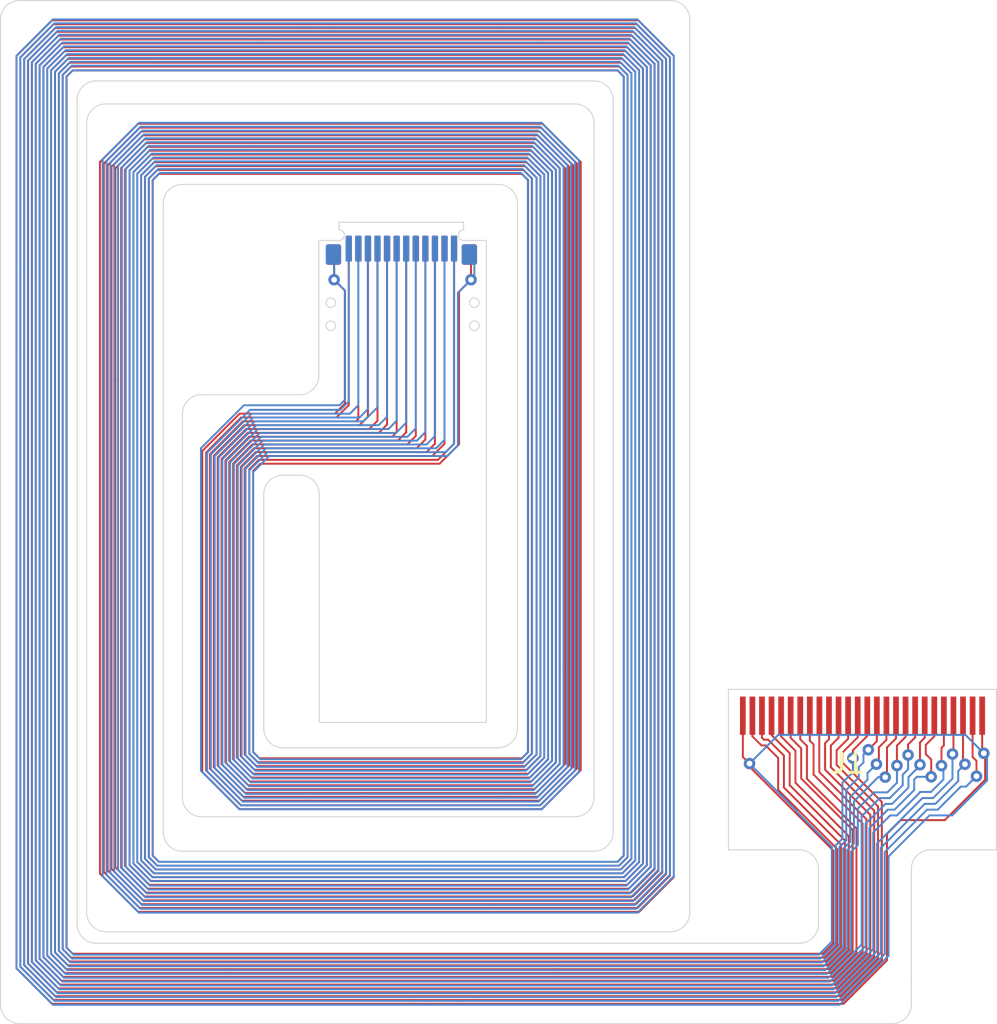
<source format=kicad_pcb>
(kicad_pcb (version 20241229) (generator "pcbnew") (generator_version "9.0")
  (layers (0 "F.Cu" signal) (2 "B.Cu" signal) (13 "F.Paste" user) (15 "B.Paste" user) (5 "F.SilkS" user "F.Silkscreen") (7 "B.SilkS" user "B.Silkscreen") (1 "F.Mask" user) (3 "B.Mask" user) (25 "Edge.Cuts" user))
  (net 0 "")
  (net 1 "Net-(U2-23)")
  (net 2 "Net-(U2-21)")
  (net 3 "Net-(U1-1)")
  (net 4 "Net-(U2-14)")
  (net 5 "Net-(U1-11)")
  (net 6 "Net-(U1-8)")
  (net 7 "Net-(U1-4)")
  (net 8 "Net-(U1-7)")
  (net 9 "Net-(U1-6)")
  (net 10 "Net-(U2-18)")
  (net 11 "Net-(U2-16)")
  (net 12 "Net-(U2-13)")
  (net 13 "Net-(U1-10)")
  (net 14 "Net-(U1-2)")
  (net 15 "Net-(U1-5)")
  (net 16 "Net-(U1-0)")
  (net 17 "Net-(U2-20)")
  (net 18 "Net-(U2-22)")
  (net 19 "Net-(U2-17)")
  (net 20 "Net-(U2-15)")
  (net 21 "GND")
  (net 22 "Net-(U2-19)")
  (net 23 "Net-(U2-12)")
  (net 24 "Net-(U1-9)")
  (net 25 "Net-(U1-3)")
  (footprint "USBPlug:699C124-2A6-111 USB Plug_first half" (layer "F.Cu") (at 118.69 74.15 180)
    (property "Reference" "U1" (hide yes))
    (property "Value" "~" (hide yes))
  )
  (footprint "FPC Connector:FPC_Connector_Kontakte" (layer "F.Cu") (at 142.52 98.877768)
    (property "Reference" "J1")
    (property "Value" "6871XX149022_FPC Connector" (hide yes))
  )
  (footprint "USBPlug:699C124-2A6-111 USB Plug_second half" (layer "B.Cu") (at 118.6896 68.1472 180)
    (property "Reference" "U2" (hide yes))
    (property "Value" "~")
  )
  (gr_line (start 122.25 71.575) (end 122.25 72.775) (stroke (width 0.1)) (layer "B.Cu") (net 21))
  (gr_line (start 107 79.775) (end 107 99.8) (stroke (width 0.05)) (layer "Edge.Cuts"))
  (gr_line (start 121.6875 70.175) (end 121.6875 69.775) (stroke (width 0.05)) (layer "Edge.Cuts"))
  (gr_line (start 103 106.8) (end 132.5 106.8) (stroke (width 0.05)) (layer "Edge.Cuts"))
  (gr_line (start 115.1875 70.175) (end 115.1875 69.775) (stroke (width 0.05)) (layer "Edge.Cuts"))
  (gr_arc (start 128.5 99.8) (mid 128.207107 100.507107) (end 127.5 100.8) (stroke (width 0.05)) (layer "Edge.Cuts"))
  (gr_line (start 133.5 105.8) (end 133.5 59.2) (stroke (width 0.05)) (layer "Edge.Cuts"))
  (gr_circle (center 114.75 73.975) (end 115 73.975) (stroke (width 0.05)) (fill no) (layer "Edge.Cuts"))
  (gr_arc (start 127.5 63.6) (mid 128.207107 63.892893) (end 128.5 64.6) (stroke (width 0.05)) (layer "Edge.Cuts"))
  (gr_arc (start 113.15 82.975) (mid 113.857107 83.267893) (end 114.15 83.975) (stroke (width 0.05)) (layer "Edge.Cuts"))
  (gr_line (start 111.25 83.975) (end 111.25 96.2) (stroke (width 0.05)) (layer "Edge.Cuts"))
  (gr_line (start 113.15 82.975) (end 112.25 82.975) (stroke (width 0.05)) (layer "Edge.Cuts"))
  (gr_arc (start 106 68.8) (mid 106.292893 68.092893) (end 107 67.8) (stroke (width 0.05)) (layer "Edge.Cuts"))
  (gr_arc (start 124.5 96.2) (mid 124.207107 96.907107) (end 123.5 97.2) (stroke (width 0.05)) (layer "Edge.Cuts"))
  (gr_arc (start 129.5 101.6) (mid 129.207107 102.307107) (end 128.5 102.6) (stroke (width 0.05)) (layer "Edge.Cuts"))
  (gr_arc (start 112.25 97.2) (mid 111.542893 96.907107) (end 111.25 96.2) (stroke (width 0.05)) (layer "Edge.Cuts"))
  (gr_line (start 114.15 95.875) (end 122.875 95.875) (stroke (width 0.05)) (layer "Edge.Cuts"))
  (gr_line (start 127.5 100.8) (end 108 100.8) (stroke (width 0.05)) (layer "Edge.Cuts"))
  (gr_arc (start 145.07 103.527768) (mid 145.362893 102.820661) (end 146.07 102.527768) (stroke (width 0.05)) (layer "Edge.Cuts"))
  (gr_line (start 107 102.6) (end 128.5 102.6) (stroke (width 0.05)) (layer "Edge.Cuts"))
  (gr_line (start 113.125 78.775) (end 108 78.775) (stroke (width 0.05)) (layer "Edge.Cuts"))
  (gr_arc (start 121.6875 70.725) (mid 121.4125 70.45) (end 121.6875 70.175) (stroke (width 0.05)) (layer "Edge.Cuts"))
  (gr_line (start 112.25 97.2) (end 123.5 97.2) (stroke (width 0.05)) (layer "Edge.Cuts"))
  (gr_arc (start 98.5 111.6) (mid 97.792893 111.307107) (end 97.5 110.6) (stroke (width 0.05)) (layer "Edge.Cuts"))
  (gr_circle (center 122.25 75.175) (end 122.5 75.175) (stroke (width 0.05)) (fill no) (layer "Edge.Cuts"))
  (gr_line (start 97.5 59.2) (end 97.5 110.6) (stroke (width 0.05)) (layer "Edge.Cuts"))
  (gr_line (start 140.22 103.5358) (end 140.22 106.4) (stroke (width 0.05)) (layer "Edge.Cuts"))
  (gr_arc (start 108 100.8) (mid 107.292893 100.507107) (end 107 99.8) (stroke (width 0.05)) (layer "Edge.Cuts"))
  (gr_arc (start 107 79.775) (mid 107.292893 79.067893) (end 108 78.775) (stroke (width 0.05)) (layer "Edge.Cuts"))
  (gr_line (start 106 68.8) (end 106 101.6) (stroke (width 0.05)) (layer "Edge.Cuts"))
  (gr_arc (start 139.22 102.527768) (mid 139.927107 102.820661) (end 140.22 103.527768) (stroke (width 0.05)) (layer "Edge.Cuts"))
  (gr_line (start 139.22 107.4) (end 134.5 107.4) (stroke (width 0.05)) (layer "Edge.Cuts"))
  (gr_line (start 102 64.6) (end 102 105.8) (stroke (width 0.05)) (layer "Edge.Cuts"))
  (gr_arc (start 123.5 67.8) (mid 124.207107 68.092893) (end 124.5 68.8) (stroke (width 0.05)) (layer "Edge.Cuts"))
  (gr_line (start 121.6875 70.725) (end 122.875 70.725) (stroke (width 0.05)) (layer "Edge.Cuts"))
  (gr_line (start 115.1875 70.725) (end 114.125 70.725) (stroke (width 0.05)) (layer "Edge.Cuts"))
  (gr_arc (start 115.1875 70.175) (mid 115.4625 70.45) (end 115.1875 70.725) (stroke (width 0.05)) (layer "Edge.Cuts"))
  (gr_line (start 146.07 102.527768) (end 149.52 102.527768) (stroke (width 0.05)) (layer "Edge.Cuts"))
  (gr_arc (start 128.5 62.4) (mid 129.207107 62.692893) (end 129.5 63.4) (stroke (width 0.05)) (layer "Edge.Cuts"))
  (gr_line (start 135.52 102.527768) (end 139.22 102.527768) (stroke (width 0.05)) (layer "Edge.Cuts"))
  (gr_arc (start 140.22 106.4) (mid 139.927107 107.107107) (end 139.22 107.4) (stroke (width 0.05)) (layer "Edge.Cuts"))
  (gr_circle (center 122.25 73.975) (end 122.5 73.975) (stroke (width 0.05)) (fill no) (layer "Edge.Cuts"))
  (gr_line (start 102.5 107.4) (end 134.5 107.4) (stroke (width 0.05)) (layer "Edge.Cuts"))
  (gr_line (start 149.52 94.152768) (end 135.52 94.152768) (stroke (width 0.05)) (layer "Edge.Cuts"))
  (gr_line (start 149.52 102.527768) (end 149.52 94.152768) (stroke (width 0.05)) (layer "Edge.Cuts"))
  (gr_line (start 114.15 83.975) (end 114.15 95.875) (stroke (width 0.05)) (layer "Edge.Cuts"))
  (gr_line (start 101.5 63.4) (end 101.5 106.4) (stroke (width 0.05)) (layer "Edge.Cuts"))
  (gr_line (start 115.1875 69.775) (end 121.6875 69.775) (stroke (width 0.05)) (layer "Edge.Cuts"))
  (gr_line (start 129.5 101.6) (end 129.5 63.4) (stroke (width 0.05)) (layer "Edge.Cuts"))
  (gr_line (start 135.52 94.152768) (end 135.52 102.527768) (stroke (width 0.05)) (layer "Edge.Cuts"))
  (gr_line (start 124.5 96.2) (end 124.5 68.8) (stroke (width 0.05)) (layer "Edge.Cuts"))
  (gr_arc (start 111.25 83.975) (mid 111.542893 83.267893) (end 112.25 82.975) (stroke (width 0.05)) (layer "Edge.Cuts"))
  (gr_arc (start 102.5 107.4) (mid 101.792893 107.107107) (end 101.5 106.4) (stroke (width 0.05)) (layer "Edge.Cuts"))
  (gr_arc (start 97.5 59.2) (mid 97.792893 58.492893) (end 98.5 58.2) (stroke (width 0.05)) (layer "Edge.Cuts"))
  (gr_line (start 140 111.6) (end 144.07 111.6) (stroke (width 0.05)) (layer "Edge.Cuts"))
  (gr_line (start 145.07 109.277768) (end 145.07 110.6) (stroke (width 0.05)) (layer "Edge.Cuts"))
  (gr_arc (start 132.5 58.2) (mid 133.207107 58.492893) (end 133.5 59.2) (stroke (width 0.05)) (layer "Edge.Cuts"))
  (gr_line (start 127.5 63.6) (end 103 63.6) (stroke (width 0.05)) (layer "Edge.Cuts"))
  (gr_line (start 98.5 111.6) (end 140 111.6) (stroke (width 0.05)) (layer "Edge.Cuts"))
  (gr_circle (center 114.75 75.175) (end 115 75.175) (stroke (width 0.05)) (fill no) (layer "Edge.Cuts"))
  (gr_line (start 132.5 58.2) (end 98.5 58.2) (stroke (width 0.05)) (layer "Edge.Cuts"))
  (gr_line (start 107 67.8) (end 123.5 67.8) (stroke (width 0.05)) (layer "Edge.Cuts"))
  (gr_arc (start 107 102.6) (mid 106.292893 102.307107) (end 106 101.6) (stroke (width 0.05)) (layer "Edge.Cuts"))
  (gr_line (start 114.125 70.725) (end 114.125 77.775) (stroke (width 0.05)) (layer "Edge.Cuts"))
  (gr_arc (start 114.125 77.775) (mid 113.832107 78.482107) (end 113.125 78.775) (stroke (width 0.05)) (layer "Edge.Cuts"))
  (gr_arc (start 133.5 105.8) (mid 133.207107 106.507107) (end 132.5 106.8) (stroke (width 0.05)) (layer "Edge.Cuts"))
  (gr_line (start 122.875 70.725) (end 122.875 95.875) (stroke (width 0.05)) (layer "Edge.Cuts"))
  (gr_arc (start 101.5 63.4) (mid 101.792893 62.692893) (end 102.5 62.4) (stroke (width 0.05)) (layer "Edge.Cuts"))
  (gr_line (start 128.5 99.8) (end 128.5 64.6) (stroke (width 0.05)) (layer "Edge.Cuts"))
  (gr_arc (start 103 106.8) (mid 102.292893 106.507107) (end 102 105.8) (stroke (width 0.05)) (layer "Edge.Cuts"))
  (gr_arc (start 102 64.6) (mid 102.292893 63.892893) (end 103 63.6) (stroke (width 0.05)) (layer "Edge.Cuts"))
  (gr_line (start 145.07 103.527768) (end 145.07 109.277768) (stroke (width 0.05)) (layer "Edge.Cuts"))
  (gr_arc (start 145.07 110.6) (mid 144.777107 111.307107) (end 144.07 111.6) (stroke (width 0.05)) (layer "Edge.Cuts"))
  (gr_line (start 128.5 62.4) (end 102.5 62.4) (stroke (width 0.05)) (layer "Edge.Cuts"))
  (segment (start 148.47355 98.684835) (end 148.47355 97.884051) (width 0.1) (layer "F.Cu") (net 1))
  (segment (start 148.47355 97.884051) (end 148.27 97.680501) (width 0.1) (layer "F.Cu") (net 1))
  (segment (start 148.27 97.680501) (end 148.27 95.527768) (width 0.1) (layer "F.Cu") (net 1))
  (via (at 148.47355 98.684835) (size 0.6) (drill 0.3) (layers "F.Cu" "B.Cu") (net 1))
  (segment (start 121.5 110.412) (end 141.239079 110.412) (width 0.1) (layer "B.Cu") (net 1))
  (segment (start 143.681 107.970079) (end 143.681 102.646514) (width 0.1) (layer "B.Cu") (net 1))
  (segment (start 110.071694 100.212005) (end 125.678316 100.212001) (width 0.1) (layer "B.Cu") (net 1))
  (segment (start 115.6896 79.1244) (end 115.6896 71.1472) (width 0.1) (layer "B.Cu") (net 1))
  (segment (start 130.678312 59.387998) (end 116 59.387999) (width 0.1) (layer "B.Cu") (net 1))
  (segment (start 132.463007 103.827307) (end 132.463007 61.172693) (width 0.1) (layer "B.Cu") (net 1))
  (segment (start 130.684315 105.606) (end 132.463007 103.827307) (width 0.1) (layer "B.Cu") (net 1))
  (segment (start 116 59.387999) (end 100.321685 59.388) (width 0.1) (layer "B.Cu") (net 1))
  (segment (start 143.681 102.646514) (end 145.898034 100.42948) (width 0.1) (layer "B.Cu") (net 1))
  (segment (start 104.815688 105.606001) (end 130.684315 105.606) (width 0.1) (layer "B.Cu") (net 1))
  (segment (start 108.499087 81.599087) (end 110.534174 79.564) (width 0.1) (layer "B.Cu") (net 1))
  (segment (start 127.510006 98.380309) (end 127.510006 66.619697) (width 0.1) (layer "B.Cu") (net 1))
  (segment (start 147.931617 99.226768) (end 148.47355 98.684835) (width 0.1) (layer "B.Cu") (net 1))
  (segment (start 125.678305 64.787996) (end 114.916743 64.788) (width 0.1) (layer "B.Cu") (net 1))
  (segment (start 125.678316 100.212001) (end 127.510006 98.380309) (width 0.1) (layer "B.Cu") (net 1))
  (segment (start 108.286999 81.811178) (end 108.287 98.427312) (width 0.1) (layer "B.Cu") (net 1))
  (segment (start 98.536998 61.172687) (end 98.536998 108.627312) (width 0.1) (layer "B.Cu") (net 1))
  (segment (start 147.655084 99.226768) (end 147.931617 99.226768) (width 0.1) (layer "B.Cu") (net 1))
  (segment (start 100.32169 110.412003) (end 121.5 110.412) (width 0.1) (layer "B.Cu") (net 1))
  (segment (start 114.916743 64.788) (end 104.821686 64.788) (width 0.1) (layer "B.Cu") (net 1))
  (segment (start 127.510006 66.619697) (end 125.678305 64.787996) (width 0.1) (layer "B.Cu") (net 1))
  (segment (start 98.536998 108.627312) (end 100.32169 110.412003) (width 0.1) (layer "B.Cu") (net 1))
  (segment (start 100.321685 59.388) (end 98.536998 61.172687) (width 0.1) (layer "B.Cu") (net 1))
  (segment (start 110.534174 79.564) (end 115.25 79.564) (width 0.1) (layer "B.Cu") (net 1))
  (segment (start 141.239079 110.412) (end 143.681 107.970079) (width 0.1) (layer "B.Cu") (net 1))
  (segment (start 115.25 79.564) (end 115.6896 79.1244) (width 0.1) (layer "B.Cu") (net 1))
  (segment (start 145.898034 100.42948) (end 146.452372 100.42948) (width 0.1) (layer "B.Cu") (net 1))
  (segment (start 132.463007 61.172693) (end 130.678312 59.387998) (width 0.1) (layer "B.Cu") (net 1))
  (segment (start 103.036994 66.572693) (end 103.036995 103.827309) (width 0.1) (layer "B.Cu") (net 1))
  (segment (start 108.499087 81.599087) (end 108.286999 81.811178) (width 0.1) (layer "B.Cu") (net 1))
  (segment (start 104.821686 64.788) (end 103.036994 66.572693) (width 0.1) (layer "B.Cu") (net 1))
  (segment (start 146.452372 100.42948) (end 147.655084 99.226768) (width 0.1) (layer "B.Cu") (net 1))
  (segment (start 108.287 98.427312) (end 110.071694 100.212005) (width 0.1) (layer "B.Cu") (net 1))
  (segment (start 103.036995 103.827309) (end 104.815688 105.606001) (width 0.1) (layer "B.Cu") (net 1))
  (segment (start 147.27 97.477768) (end 147.27 95.527768) (width 0.1) (layer "F.Cu") (net 2))
  (segment (start 147.22 97.527768) (end 147.27 97.477768) (width 0.1) (layer "F.Cu") (net 2))
  (via (at 147.22 97.527768) (size 0.6) (drill 0.3) (layers "F.Cu" "B.Cu") (net 2))
  (segment (start 130.511798 59.789998) (end 113.5 59.789999) (width 0.1) (layer "B.Cu") (net 2))
  (segment (start 100.488199 59.79) (end 98.938996 61.339204) (width 0.1) (layer "B.Cu") (net 2))
  (segment (start 146.203016 99.82748) (end 147.22 98.810496) (width 0.1) (layer "B.Cu") (net 2))
  (segment (start 127.108006 95.4) (end 127.108003 66.786206) (width 0.1) (layer "B.Cu") (net 2))
  (segment (start 132.061003 67.799999) (end 132.061003 61.339202) (width 0.1) (layer "B.Cu") (net 2))
  (segment (start 116.25 79.966) (end 110.700687 79.966) (width 0.1) (layer "B.Cu") (net 2))
  (segment (start 125.511792 65.189997) (end 113 65.19) (width 0.1) (layer "B.Cu") (net 2))
  (segment (start 104.9882 65.19) (end 103.438994 66.739207) (width 0.1) (layer "B.Cu") (net 2))
  (segment (start 108.688999 81.97769) (end 108.689 98.260799) (width 0.1) (layer "B.Cu") (net 2))
  (segment (start 110.700687 79.966) (end 108.785685 81.881003) (width 0.1) (layer "B.Cu") (net 2))
  (segment (start 113 65.19) (end 104.9882 65.19) (width 0.1) (layer "B.Cu") (net 2))
  (segment (start 132.061006 102.6) (end 132.061003 67.799999) (width 0.1) (layer "B.Cu") (net 2))
  (segment (start 116.6896 71.1472) (end 116.6896 79.5264) (width 0.1) (layer "B.Cu") (net 2))
  (segment (start 103.438994 78) (end 103.438995 103.660795) (width 0.1) (layer "B.Cu") (net 2))
  (segment (start 100.488203 110.010002) (end 123.79 110.01) (width 0.1) (layer "B.Cu") (net 2))
  (segment (start 110.083257 105.204) (end 130.517801 105.204) (width 0.1) (layer "B.Cu") (net 2))
  (segment (start 108.785685 81.881003) (end 108.688999 81.97769) (width 0.1) (layer "B.Cu") (net 2))
  (segment (start 110.238206 99.810003) (end 123.5 99.810001) (width 0.1) (layer "B.Cu") (net 2))
  (segment (start 125.511801 99.810001) (end 127.108006 98.213795) (width 0.1) (layer "B.Cu") (net 2))
  (segment (start 123.79 110.01) (end 141.072565 110.01) (width 0.1) (layer "B.Cu") (net 2))
  (segment (start 132.061006 103.660794) (end 132.061006 102.6) (width 0.1) (layer "B.Cu") (net 2))
  (segment (start 130.517801 105.204) (end 132.061006 103.660794) (width 0.1) (layer "B.Cu") (net 2))
  (segment (start 116.6896 79.5264) (end 116.25 79.966) (width 0.1) (layer "B.Cu") (net 2))
  (segment (start 127.108003 66.786206) (end 125.511792 65.189997) (width 0.1) (layer "B.Cu") (net 2))
  (segment (start 143.279 107.803565) (end 143.279 102.197158) (width 0.1) (layer "B.Cu") (net 2))
  (segment (start 108.689 98.260799) (end 110.238206 99.810003) (width 0.1) (layer "B.Cu") (net 2))
  (segment (start 132.061003 61.339202) (end 130.511798 59.789998) (width 0.1) (layer "B.Cu") (net 2))
  (segment (start 123.5 99.810001) (end 125.511801 99.810001) (width 0.1) (layer "B.Cu") (net 2))
  (segment (start 98.938998 108.460798) (end 100.488203 110.010002) (width 0.1) (layer "B.Cu") (net 2))
  (segment (start 98.938996 72) (end 98.938998 72.000002) (width 0.1) (layer "B.Cu") (net 2))
  (segment (start 145.648678 99.82748) (end 146.203016 99.82748) (width 0.1) (layer "B.Cu") (net 2))
  (segment (start 103.438995 103.660795) (end 104.982201 105.204) (width 0.1) (layer "B.Cu") (net 2))
  (segment (start 127.108006 98.213795) (end 127.108006 95.4) (width 0.1) (layer "B.Cu") (net 2))
  (segment (start 113.5 59.789999) (end 100.488199 59.79) (width 0.1) (layer "B.Cu") (net 2))
  (segment (start 104.982201 105.204) (end 110.083257 105.204) (width 0.1) (layer "B.Cu") (net 2))
  (segment (start 147.22 98.810496) (end 147.22 97.527768) (width 0.1) (layer "B.Cu") (net 2))
  (segment (start 98.938996 61.339204) (end 98.938996 72) (width 0.1) (layer "B.Cu") (net 2))
  (segment (start 98.938998 72.000002) (end 98.938998 108.460798) (width 0.1) (layer "B.Cu") (net 2))
  (segment (start 103.438994 66.739207) (end 103.438994 78) (width 0.1) (layer "B.Cu") (net 2))
  (segment (start 143.279 102.197158) (end 145.648678 99.82748) (width 0.1) (layer "B.Cu") (net 2))
  (segment (start 141.072565 110.01) (end 143.279 107.803565) (width 0.1) (layer "B.Cu") (net 2))
  (segment (start 110.904254 81.973) (end 110.25 82.627254) (width 0.1) (layer "F.Cu") (net 3))
  (segment (start 138.416 99.275124) (end 141.402 102.261124) (width 0.1) (layer "F.Cu") (net 3))
  (segment (start 105.046999 67.405256) (end 105.047 92.4) (width 0.1) (layer "F.Cu") (net 3))
  (segment (start 110.25 82.627254) (end 110.25 97.547744) (width 0.1) (layer "F.Cu") (net 3))
  (segment (start 129.894745 103.553) (end 130.453 102.994744) (width 0.1) (layer "F.Cu") (net 3))
  (segment (start 110.855256 98.153) (end 124.894746 98.153) (width 0.1) (layer "F.Cu") (net 3))
  (segment (start 141.402 102.261124) (end 141.402 107.565745) (width 0.1) (layer "F.Cu") (net 3))
  (segment (start 113.5 66.847) (end 105.605254 66.847) (width 0.1) (layer "F.Cu") (net 3))
  (segment (start 110.25 97.547744) (end 110.855256 98.153) (width 0.1) (layer "F.Cu") (net 3))
  (segment (start 129.894744 61.447) (end 105.5 61.447) (width 0.1) (layer "F.Cu") (net 3))
  (segment (start 120.052 81.973) (end 110.904254 81.973) (width 0.1) (layer "F.Cu") (net 3))
  (segment (start 130.453 93) (end 130.453 66.6) (width 0.1) (layer "F.Cu") (net 3))
  (segment (start 105.605254 66.847) (end 105.046999 67.405256) (width 0.1) (layer "F.Cu") (net 3))
  (segment (start 125.5 96.6) (end 125.5 67.452256) (width 0.1) (layer "F.Cu") (net 3))
  (segment (start 130.453 102.994744) (end 130.453 93) (width 0.1) (layer "F.Cu") (net 3))
  (segment (start 137.27 96.679768) (end 137.369 96.778768) (width 0.1) (layer "F.Cu") (net 3))
  (segment (start 137.58661 96.778768) (end 138.416 97.608158) (width 0.1) (layer "F.Cu") (net 3))
  (segment (start 124.894744 66.847) (end 113.5 66.847) (width 0.1) (layer "F.Cu") (net 3))
  (segment (start 125.5 97.547746) (end 125.5 96.6) (width 0.1) (layer "F.Cu") (net 3))
  (segment (start 138.416 97.608158) (end 138.416 99.275124) (width 0.1) (layer "F.Cu") (net 3))
  (segment (start 141.402 107.565745) (end 140.614745 108.353) (width 0.1) (layer "F.Cu") (net 3))
  (segment (start 125.5 67.452256) (end 124.894744 66.847) (width 0.1) (layer "F.Cu") (net 3))
  (segment (start 105.605256 103.553001) (end 120 103.553) (width 0.1) (layer "F.Cu") (net 3))
  (segment (start 100.547 107.794746) (end 100.546999 62.005256) (width 0.1) (layer "F.Cu") (net 3))
  (segment (start 130.453 66.6) (end 130.453 62.005256) (width 0.1) (layer "F.Cu") (net 3))
  (segment (start 120 103.553) (end 129.894745 103.553) (width 0.1) (layer "F.Cu") (net 3))
  (segment (start 120.69 71.15) (end 120.69 81.335) (width 0.1) (layer "F.Cu") (net 3))
  (segment (start 120.69 81.335) (end 120.052 81.973) (width 0.1) (layer "F.Cu") (net 3))
  (segment (start 130.453 62.005256) (end 129.894744 61.447) (width 0.1) (layer "F.Cu") (net 3))
  (segment (start 100.546999 62.005256) (end 101.105254 61.447) (width 0.1) (layer "F.Cu") (net 3))
  (segment (start 105.047 92.4) (end 105.047 102.994746) (width 0.1) (layer "F.Cu") (net 3))
  (segment (start 101.105256 108.353001) (end 100.547 107.794746) (width 0.1) (layer "F.Cu") (net 3))
  (segment (start 101.105254 61.447) (end 105.5 61.447) (width 0.1) (layer "F.Cu") (net 3))
  (segment (start 140.614745 108.353) (end 101.105256 108.353001) (width 0.1) (layer "F.Cu") (net 3))
  (segment (start 137.369 96.778768) (end 137.58661 96.778768) (width 0.1) (layer "F.Cu") (net 3))
  (segment (start 105.047 102.994746) (end 105.605256 103.553001) (width 0.1) (layer "F.Cu") (net 3))
  (segment (start 137.27 95.527768) (end 137.27 96.679768) (width 0.1) (layer "F.Cu") (net 3))
  (segment (start 124.894746 98.153) (end 125.5 97.547746) (width 0.1) (layer "F.Cu") (net 3))
  (segment (start 143.374983 97.179637) (end 143.77 96.78462) (width 0.1) (layer "F.Cu") (net 4))
  (segment (start 143.374983 97.929602) (end 143.374983 97.179637) (width 0.1) (layer "F.Cu") (net 4))
  (segment (start 143.77 96.78462) (end 143.77 95.527768) (width 0.1) (layer "F.Cu") (net 4))
  (segment (start 143.248409 98.056177) (end 143.374983 97.929602) (width 0.1) (layer "F.Cu") (net 4))
  (via (at 143.248409 98.056177) (size 0.6) (drill 0.3) (layers "F.Cu" "B.Cu") (net 4))
  (segment (start 101.070998 61.197) (end 100.346 61.921999) (width 0.1) (layer "B.Cu") (net 4))
  (segment (start 125.701 67.368999) (end 124.929 66.596999) (width 0.1) (layer "B.Cu") (net 4))
  (segment (start 142.78111 98.532061) (end 142.776817 98.527768) (width 0.1) (layer "B.Cu") (net 4))
  (segment (start 140.489769 108.603) (end 141.523 107.569769) (width 0.1) (layer "B.Cu") (net 4))
  (segment (start 141.872 102.112026) (end 141.872 99.775768) (width 0.1) (layer "B.Cu") (net 4))
  (segment (start 100.346 61.921999) (end 100.346 107.878002) (width 0.1) (layer "B.Cu") (net 4))
  (segment (start 111.283486 81.373) (end 110.096 82.560487) (width 0.1) (layer "B.Cu") (net 4))
  (segment (start 120.1896 71.1472) (end 120.1896 80.9334) (width 0.1) (layer "B.Cu") (net 4))
  (segment (start 141.523 107.569769) (end 141.523 102.461025) (width 0.1) (layer "B.Cu") (net 4))
  (segment (start 130.654 61.921998) (end 129.929001 61.197) (width 0.1) (layer "B.Cu") (net 4))
  (segment (start 104.846 67.322) (end 104.845999 103.078001) (width 0.1) (layer "B.Cu") (net 4))
  (segment (start 105.521997 103.754) (end 129.978003 103.754) (width 0.1) (layer "B.Cu") (net 4))
  (segment (start 101.071 108.603001) (end 140.489769 108.603) (width 0.1) (layer "B.Cu") (net 4))
  (segment (start 120.1896 80.9334) (end 119.75 81.373) (width 0.1) (layer "B.Cu") (net 4))
  (segment (start 100.346 107.878002) (end 101.071 108.603001) (width 0.1) (layer "B.Cu") (net 4))
  (segment (start 130.654001 103.078001) (end 130.654 61.921998) (width 0.1) (layer "B.Cu") (net 4))
  (segment (start 142.78111 98.866658) (end 142.78111 98.532061) (width 0.1) (layer "B.Cu") (net 4))
  (segment (start 129.978003 103.754) (end 130.654001 103.078001) (width 0.1) (layer "B.Cu") (net 4))
  (segment (start 110.096 82.560487) (end 110.096 97.678002) (width 0.1) (layer "B.Cu") (net 4))
  (segment (start 104.845999 103.078001) (end 105.521997 103.754) (width 0.1) (layer "B.Cu") (net 4))
  (segment (start 124.929002 98.403001) (end 125.701 97.631002) (width 0.1) (layer "B.Cu") (net 4))
  (segment (start 124.929 66.596999) (end 105.570999 66.597) (width 0.1) (layer "B.Cu") (net 4))
  (segment (start 129.929001 61.197) (end 101.070998 61.197) (width 0.1) (layer "B.Cu") (net 4))
  (segment (start 142.776817 98.527768) (end 143.248409 98.056177) (width 0.1) (layer "B.Cu") (net 4))
  (segment (start 110.096 97.678002) (end 110.820999 98.403001) (width 0.1) (layer "B.Cu") (net 4))
  (segment (start 110.820999 98.403001) (end 124.929002 98.403001) (width 0.1) (layer "B.Cu") (net 4))
  (segment (start 125.701 97.631002) (end 125.701 67.368999) (width 0.1) (layer "B.Cu") (net 4))
  (segment (start 105.570999 66.597) (end 104.846 67.322) (width 0.1) (layer "B.Cu") (net 4))
  (segment (start 141.523 102.461025) (end 141.872 102.112026) (width 0.1) (layer "B.Cu") (net 4))
  (segment (start 119.75 81.373) (end 111.283486 81.373) (width 0.1) (layer "B.Cu") (net 4))
  (segment (start 141.872 99.775768) (end 142.78111 98.866658) (width 0.1) (layer "B.Cu") (net 4))
  (segment (start 98.537 108.627316) (end 100.272689 110.363004) (width 0.1) (layer "F.Cu") (net 5))
  (segment (start 130.774025 105.563002) (end 132.463003 103.874023) (width 0.1) (layer "F.Cu") (net 5))
  (segment (start 142.27 96.655446) (end 142.27 95.527768) (width 0.1) (layer "F.Cu") (net 5))
  (segment (start 104.772689 64.836997) (end 102.896998 66.712689) (width 0.1) (layer "F.Cu") (net 5))
  (segment (start 127.603 66.712687) (end 125.727307 64.836995) (width 0.1) (layer "F.Cu") (net 5))
  (segment (start 115.69 71.15) (end 115.69 79.319256) (width 0.1) (layer "F.Cu") (net 5))
  (segment (start 100.272689 110.363004) (end 119 110.363002) (width 0.1) (layer "F.Cu") (net 5))
  (segment (start 141.469 97.969) (end 141.469 97.456446) (width 0.1) (layer "F.Cu") (net 5))
  (segment (start 108.239994 81.794694) (end 108.239997 98.380308) (width 0.1) (layer "F.Cu") (net 5))
  (segment (start 110.071685 79.963) (end 108.467344 81.567344) (width 0.1) (layer "F.Cu") (net 5))
  (segment (start 119 110.363002) (end 141.447309 110.363003) (width 0.1) (layer "F.Cu") (net 5))
  (segment (start 110.059689 100.2) (end 125.690315 100.2) (width 0.1) (layer "F.Cu") (net 5))
  (segment (start 102.897 90.6) (end 102.897 103.687312) (width 0.1) (layer "F.Cu") (net 5))
  (segment (start 102.896998 66.712689) (end 102.897 90.6) (width 0.1) (layer "F.Cu") (net 5))
  (segment (start 132.463 61.172686) (end 130.727307 59.436994) (width 0.1) (layer "F.Cu") (net 5))
  (segment (start 141.469 97.456446) (end 142.27 96.655446) (width 0.1) (layer "F.Cu") (net 5))
  (segment (start 104.772693 105.563004) (end 130.774025 105.563002) (width 0.1) (layer "F.Cu") (net 5))
  (segment (start 108.467344 81.567344) (end 108.239994 81.794694) (width 0.1) (layer "F.Cu") (net 5))
  (segment (start 132.463003 103.874023) (end 132.463 61.172686) (width 0.1) (layer "F.Cu") (net 5))
  (segment (start 98.536997 61.172688) (end 98.537 108.627316) (width 0.1) (layer "F.Cu") (net 5))
  (segment (start 100.272691 59.436994) (end 98.536997 61.172688) (width 0.1) (layer "F.Cu") (net 5))
  (segment (start 108.239997 98.380308) (end 110.059689 100.2) (width 0.1) (layer "F.Cu") (net 5))
  (segment (start 115.69 79.319256) (end 115.046257 79.963) (width 0.1) (layer "F.Cu") (net 5))
  (segment (start 130.727307 59.436994) (end 100.272691 59.436994) (width 0.1) (layer "F.Cu") (net 5))
  (segment (start 127.603001 98.287314) (end 127.603 66.712687) (width 0.1) (layer "F.Cu") (net 5))
  (segment (start 102.897 103.687312) (end 104.772693 105.563004) (width 0.1) (layer "F.Cu") (net 5))
  (segment (start 125.727307 64.836995) (end 104.772689 64.836997) (width 0.1) (layer "F.Cu") (net 5))
  (segment (start 115.046257 79.963) (end 110.071685 79.963) (width 0.1) (layer "F.Cu") (net 5))
  (segment (start 143.531 100.031) (end 141.469 97.969) (width 0.1) (layer "F.Cu") (net 5))
  (segment (start 125.690315 100.2) (end 127.603001 98.287314) (width 0.1) (layer "F.Cu") (net 5))
  (segment (start 141.447309 110.363003) (end 143.531 108.27931) (width 0.1) (layer "F.Cu") (net 5))
  (segment (start 143.531 108.27931) (end 143.531 100.031) (width 0.1) (layer "F.Cu") (net 5))
  (segment (start 110.5 60.04) (end 100.522455 60.04) (width 0.1) (layer "F.Cu") (net 6))
  (segment (start 125.477545 99.56) (end 127 98.037544) (width 0.1) (layer "F.Cu") (net 6))
  (segment (start 130.477539 60.039997) (end 110.5 60.04) (width 0.1) (layer "F.Cu") (net 6))
  (segment (start 142.928 108.02954) (end 142.928 100.705034) (width 0.1) (layer "F.Cu") (net 6))
  (segment (start 105.022462 104.960003) (end 130.524254 104.960002) (width 0.1) (layer "F.Cu") (net 6))
  (segment (start 125.477538 65.439996) (end 105.02246 65.439997) (width 0.1) (layer "F.Cu") (net 6))
  (segment (start 99.139998 61.422458) (end 99.14 108.377545) (width 0.1) (layer "F.Cu") (net 6))
  (segment (start 140.566 96.95809) (end 140.77 96.75409) (width 0.1) (layer "F.Cu") (net 6))
  (segment (start 103.5 103.437541) (end 105.022462 104.960003) (width 0.1) (layer "F.Cu") (net 6))
  (segment (start 131.86 61.422457) (end 130.477539 60.039997) (width 0.1) (layer "F.Cu") (net 6))
  (segment (start 140.77 96.75409) (end 140.77 95.527768) (width 0.1) (layer "F.Cu") (net 6))
  (segment (start 105.02246 65.439997) (end 103.5 66.962457) (width 0.1) (layer "F.Cu") (net 6))
  (segment (start 131.860002 103.624254) (end 131.86 61.422457) (width 0.1) (layer "F.Cu") (net 6))
  (segment (start 99.14 108.377545) (end 100.522459 109.760003) (width 0.1) (layer "F.Cu") (net 6))
  (segment (start 110.321456 80.566) (end 108.842995 82.044463) (width 0.1) (layer "F.Cu") (net 6))
  (segment (start 110.272463 99.560003) (end 125.477545 99.56) (width 0.1) (layer "F.Cu") (net 6))
  (segment (start 116.759 80.566) (end 110.321456 80.566) (width 0.1) (layer "F.Cu") (net 6))
  (segment (start 130.524254 104.960002) (end 131.860002 103.624254) (width 0.1) (layer "F.Cu") (net 6))
  (segment (start 122.5 109.760002) (end 141.197538 109.760003) (width 0.1) (layer "F.Cu") (net 6))
  (segment (start 100.522459 109.760003) (end 122.5 109.760002) (width 0.1) (layer "F.Cu") (net 6))
  (segment (start 127 98.037544) (end 127 66.962458) (width 0.1) (layer "F.Cu") (net 6))
  (segment (start 117.19 71.15) (end 117.19 80.135) (width 0.1) (layer "F.Cu") (net 6))
  (segment (start 141.197538 109.760003) (end 142.928 108.02954) (width 0.1) (layer "F.Cu") (net 6))
  (segment (start 117.19 80.135) (end 116.759 80.566) (width 0.1) (layer "F.Cu") (net 6))
  (segment (start 127 66.962458) (end 125.477538 65.439996) (width 0.1) (layer "F.Cu") (net 6))
  (segment (start 142.928 100.705034) (end 140.566 98.343034) (width 0.1) (layer "F.Cu") (net 6))
  (segment (start 108.842995 82.044463) (end 108.842997 98.130537) (width 0.1) (layer "F.Cu") (net 6))
  (segment (start 108.842997 98.130537) (end 110.272463 99.560003) (width 0.1) (layer "F.Cu") (net 6))
  (segment (start 100.522455 60.04) (end 99.139998 61.422458) (width 0.1) (layer "F.Cu") (net 6))
  (segment (start 103.5 66.962457) (end 103.5 103.437541) (width 0.1) (layer "F.Cu") (net 6))
  (segment (start 140.566 98.343034) (end 140.566 96.95809) (width 0.1) (layer "F.Cu") (net 6))
  (segment (start 105.355483 66.244) (end 104.443997 67.155487) (width 0.1) (layer "F.Cu") (net 7))
  (segment (start 131.056001 103.244514) (end 131.056 61.755485) (width 0.1) (layer "F.Cu") (net 7))
  (segment (start 118.75 81.37) (end 110.654483 81.37) (width 0.1) (layer "F.Cu") (net 7))
  (segment (start 139.319 97.234124) (end 139.319 98.803802) (width 0.1) (layer "F.Cu") (net 7))
  (segment (start 142.005 107.815514) (end 142.005 101.489802) (width 0.1) (layer "F.Cu") (net 7))
  (segment (start 119.19 80.93) (end 118.75 81.37) (width 0.1) (layer "F.Cu") (net 7))
  (segment (start 104.443997 67.155487) (end 104.443998 103.244513) (width 0.1) (layer "F.Cu") (net 7))
  (segment (start 138.869 95.626768) (end 138.77 95.527768) (width 0.1) (layer "F.Cu") (net 7))
  (segment (start 125.144517 98.756) (end 126.103001 97.797515) (width 0.1) (layer "F.Cu") (net 7))
  (segment (start 109.647 82.377486) (end 109.647 97.797515) (width 0.1) (layer "F.Cu") (net 7))
  (segment (start 100.855487 108.956003) (end 109.5 108.956002) (width 0.1) (layer "F.Cu") (net 7))
  (segment (start 119.19 71.15) (end 119.19 80.93) (width 0.1) (layer "F.Cu") (net 7))
  (segment (start 105.355486 104.156001) (end 130.144516 104.156) (width 0.1) (layer "F.Cu") (net 7))
  (segment (start 104.443998 103.244513) (end 105.355486 104.156001) (width 0.1) (layer "F.Cu") (net 7))
  (segment (start 99.943998 61.755486) (end 99.944 108.044517) (width 0.1) (layer "F.Cu") (net 7))
  (segment (start 138.77 95.527768) (end 138.77 96.685124) (width 0.1) (layer "F.Cu") (net 7))
  (segment (start 109.912242 82.112242) (end 109.647 82.377486) (width 0.1) (layer "F.Cu") (net 7))
  (segment (start 109.647 97.797515) (end 110.605488 98.756002) (width 0.1) (layer "F.Cu") (net 7))
  (segment (start 110.654483 81.37) (end 109.912242 82.112242) (width 0.1) (layer "F.Cu") (net 7))
  (segment (start 140.864512 108.956002) (end 142.005 107.815514) (width 0.1) (layer "F.Cu") (net 7))
  (segment (start 126.103 67.202485) (end 125.144513 66.243999) (width 0.1) (layer "F.Cu") (net 7))
  (segment (start 131.056 61.755485) (end 130.144513 60.843999) (width 0.1) (layer "F.Cu") (net 7))
  (segment (start 138.671 95.626768) (end 138.77 95.527768) (width 0.1) (layer "F.Cu") (net 7))
  (segment (start 109.912242 82.112242) (end 109.647 82.377485) (width 0.1) (layer "F.Cu") (net 7))
  (segment (start 130.144513 60.843999) (end 100.855483 60.844) (width 0.1) (layer "F.Cu") (net 7))
  (segment (start 142.005 101.489802) (end 141.957599 101.442401) (width 0.1) (layer "F.Cu") (net 7))
  (segment (start 99.944 108.044517) (end 100.855487 108.956003) (width 0.1) (layer "F.Cu") (net 7))
  (segment (start 138.77 96.685124) (end 139.319 97.234124) (width 0.1) (layer "F.Cu") (net 7))
  (segment (start 139.319 98.803802) (end 141.957599 101.442401) (width 0.1) (layer "F.Cu") (net 7))
  (segment (start 109.5 108.956002) (end 140.864512 108.956002) (width 0.1) (layer "F.Cu") (net 7))
  (segment (start 126.103001 97.797515) (end 126.103 67.202485) (width 0.1) (layer "F.Cu") (net 7))
  (segment (start 125.144513 66.243999) (end 105.355483 66.244) (width 0.1) (layer "F.Cu") (net 7))
  (segment (start 110.605488 98.756002) (end 125.144517 98.756) (width 0.1) (layer "F.Cu") (net 7))
  (segment (start 130.144516 104.156) (end 131.056001 103.244514) (width 0.1) (layer "F.Cu") (net 7))
  (segment (start 100.855483 60.844) (end 99.943998 61.755486) (width 0.1) (layer "F.Cu") (net 7))
  (segment (start 100.605716 109.559003) (end 123.5 109.559002) (width 0.1) (layer "F.Cu") (net 8))
  (segment (start 131.659 61.505714) (end 130.394283 60.240998) (width 0.1) (layer "F.Cu") (net 8))
  (segment (start 131.659002 103.540998) (end 131.659 61.505714) (width 0.1) (layer "F.Cu") (net 8))
  (segment (start 130.440998 104.759002) (end 131.659002 103.540998) (width 0.1) (layer "F.Cu") (net 8))
  (segment (start 142.727 107.946284) (end 142.727 100.934768) (width 0.1) (layer "F.Cu") (net 8))
  (segment (start 111 60.241) (end 100.605712 60.241) (width 0.1) (layer "F.Cu") (net 8))
  (segment (start 103.799 66.947713) (end 103.799 103.452285) (width 0.1) (layer "F.Cu") (net 8))
  (segment (start 105.105718 104.759002) (end 130.440998 104.759002) (width 0.1) (layer "F.Cu") (net 8))
  (segment (start 140.265 98.472768) (end 140.265 95.532768) (width 0.1) (layer "F.Cu") (net 8))
  (segment (start 126.706 66.952714) (end 125.394282 65.640997) (width 0.1) (layer "F.Cu") (net 8))
  (segment (start 103.799 103.452285) (end 105.105718 104.759002) (width 0.1) (layer "F.Cu") (net 8))
  (segment (start 117.69 80.335) (end 117.258 80.767) (width 0.1) (layer "F.Cu") (net 8))
  (segment (start 110.404713 80.767) (end 109.043996 82.127719) (width 0.1) (layer "F.Cu") (net 8))
  (segment (start 100.605712 60.241) (end 99.340998 61.505715) (width 0.1) (layer "F.Cu") (net 8))
  (segment (start 140.171 95.626768) (end 140.27 95.527768) (width 0.1) (layer "F.Cu") (net 8))
  (segment (start 110.355719 99.359003) (end 125.394288 99.359) (width 0.1) (layer "F.Cu") (net 8))
  (segment (start 117.69 71.15) (end 117.69 80.335) (width 0.1) (layer "F.Cu") (net 8))
  (segment (start 117.258 80.767) (end 110.404713 80.767) (width 0.1) (layer "F.Cu") (net 8))
  (segment (start 126.706003 98.047284) (end 126.706 66.952714) (width 0.1) (layer "F.Cu") (net 8))
  (segment (start 130.394283 60.240998) (end 111 60.241) (width 0.1) (layer "F.Cu") (net 8))
  (segment (start 99.341 108.294288) (end 100.605716 109.559003) (width 0.1) (layer "F.Cu") (net 8))
  (segment (start 109.043996 82.127719) (end 109.043997 98.047281) (width 0.1) (layer "F.Cu") (net 8))
  (segment (start 123.5 109.559002) (end 141.114281 109.559003) (width 0.1) (layer "F.Cu") (net 8))
  (segment (start 109.043997 98.047281) (end 110.355719 99.359003) (width 0.1) (layer "F.Cu") (net 8))
  (segment (start 105.105713 65.641) (end 103.799 66.947713) (width 0.1) (layer "F.Cu") (net 8))
  (segment (start 141.114281 109.559003) (end 142.727 107.946284) (width 0.1) (layer "F.Cu") (net 8))
  (segment (start 140.265 95.532768) (end 140.27 95.527768) (width 0.1) (layer "F.Cu") (net 8))
  (segment (start 125.394288 99.359) (end 126.706003 98.047284) (width 0.1) (layer "F.Cu") (net 8))
  (segment (start 99.340998 61.505715) (end 99.341 108.294288) (width 0.1) (layer "F.Cu") (net 8))
  (segment (start 125.394282 65.640997) (end 105.105713 65.641) (width 0.1) (layer "F.Cu") (net 8))
  (segment (start 142.727 100.934768) (end 140.265 98.472768) (width 0.1) (layer "F.Cu") (net 8))
  (segment (start 109.244997 82.210975) (end 109.244997 97.964025) (width 0.1) (layer "F.Cu") (net 9))
  (segment (start 104 103.369028) (end 105.188974 104.558002) (width 0.1) (layer "F.Cu") (net 9))
  (segment (start 126.505001 79.8) (end 126.505 67.035971) (width 0.1) (layer "F.Cu") (net 9))
  (segment (start 129 60.441999) (end 110 60.442) (width 0.1) (layer "F.Cu") (net 9))
  (segment (start 131.458 61.588971) (end 130.311027 60.441999) (width 0.1) (layer "F.Cu") (net 9))
  (segment (start 100.688973 109.358003) (end 124.5 109.358002) (width 0.1) (layer "F.Cu") (net 9))
  (segment (start 139.964 98.597446) (end 139.964 97.027768) (width 0.1) (layer "F.Cu") (net 9))
  (segment (start 124.5 109.358002) (end 141.031024 109.358003) (width 0.1) (layer "F.Cu") (net 9))
  (segment (start 110.48797 80.968) (end 109.244997 82.210975) (width 0.1) (layer "F.Cu") (net 9))
  (segment (start 141.031024 109.358003) (end 142.526 107.863027) (width 0.1) (layer "F.Cu") (net 9))
  (segment (start 118 99.158001) (end 125.311031 99.158) (width 0.1) (layer "F.Cu") (net 9))
  (segment (start 100.688969 60.442) (end 99.541998 61.588972) (width 0.1) (layer "F.Cu") (net 9))
  (segment (start 131.458002 99) (end 131.458 61.588971) (width 0.1) (layer "F.Cu") (net 9))
  (segment (start 104 67.030969) (end 104 99.6) (width 0.1) (layer "F.Cu") (net 9))
  (segment (start 125.311026 65.841998) (end 110 65.842) (width 0.1) (layer "F.Cu") (net 9))
  (segment (start 104 99.6) (end 104 103.369028) (width 0.1) (layer "F.Cu") (net 9))
  (segment (start 118.19 80.735) (end 117.957 80.968) (width 0.1) (layer "F.Cu") (net 9))
  (segment (start 110.438975 99.158003) (end 118 99.158001) (width 0.1) (layer "F.Cu") (net 9))
  (segment (start 99.542 108.211031) (end 100.688973 109.358003) (width 0.1) (layer "F.Cu") (net 9))
  (segment (start 139.77 96.833768) (end 139.77 95.527768) (width 0.1) (layer "F.Cu") (net 9))
  (segment (start 110 65.842) (end 105.188969 65.842) (width 0.1) (layer "F.Cu") (net 9))
  (segment (start 125.311031 99.158) (end 126.505002 97.964028) (width 0.1) (layer "F.Cu") (net 9))
  (segment (start 99.541998 61.588972) (end 99.542 108.211031) (width 0.1) (layer "F.Cu") (net 9))
  (segment (start 131.458002 103.411027) (end 131.458002 99) (width 0.1) (layer "F.Cu") (net 9))
  (segment (start 117.957 80.968) (end 110.48797 80.968) (width 0.1) (layer "F.Cu") (net 9))
  (segment (start 142.526 101.159446) (end 139.964 98.597446) (width 0.1) (layer "F.Cu") (net 9))
  (segment (start 105.188969 65.842) (end 104 67.030969) (width 0.1) (layer "F.Cu") (net 9))
  (segment (start 110 60.442) (end 100.688969 60.442) (width 0.1) (layer "F.Cu") (net 9))
  (segment (start 118.19 71.15) (end 118.19 80.735) (width 0.1) (layer "F.Cu") (net 9))
  (segment (start 130.311027 60.441999) (end 129 60.441999) (width 0.1) (layer "F.Cu") (net 9))
  (segment (start 139.964 97.027768) (end 139.77 96.833768) (width 0.1) (layer "F.Cu") (net 9))
  (segment (start 126.505002 97.964028) (end 126.505001 79.8) (width 0.1) (layer "F.Cu") (net 9))
  (segment (start 105.188974 104.558002) (end 130.31103 104.558) (width 0.1) (layer "F.Cu") (net 9))
  (segment (start 109.244997 97.964025) (end 110.438975 99.158003) (width 0.1) (layer "F.Cu") (net 9))
  (segment (start 126.505 67.035971) (end 125.311026 65.841998) (width 0.1) (layer "F.Cu") (net 9))
  (segment (start 130.31103 104.558) (end 131.458002 103.411027) (width 0.1) (layer "F.Cu") (net 9))
  (segment (start 142.526 107.863027) (end 142.526 101.159446) (width 0.1) (layer "F.Cu") (net 9))
  (segment (start 145.52221 98.084813) (end 145.52221 96.927558) (width 0.1) (layer "F.Cu") (net 10))
  (segment (start 145.77 96.679768) (end 145.77 95.527768) (width 0.1) (layer "F.Cu") (net 10))
  (segment (start 145.52221 96.927558) (end 145.77 96.679768) (width 0.1) (layer "F.Cu") (net 10))
  (via (at 145.52221 98.084813) (size 0.6) (drill 0.3) (layers "F.Cu" "B.Cu") (net 10))
  (segment (start 104.041998 103.411027) (end 104.965484 104.334515) (width 0.1) (layer "B.Cu") (net 10))
  (segment (start 126.505003 96) (end 126.505003 67.035977) (width 0.1) (layer "B.Cu") (net 10))
  (segment (start 125.26203 99.207001) (end 126.505003 97.964027) (width 0.1) (layer "B.Cu") (net 10))
  (segment (start 125.499998 60.392999) (end 110.5 60.392999) (width 0.1) (layer "B.Cu") (net 10))
  (segment (start 99.541998 61.588973) (end 99.541998 108.211027) (width 0.1) (layer "B.Cu") (net 10))
  (segment (start 110.5 65.793) (end 105.237971 65.793) (width 0.1) (layer "B.Cu") (net 10))
  (segment (start 110.5 60.392999) (end 100.73797 60.393) (width 0.1) (layer "B.Cu") (net 10))
  (segment (start 105.231969 104.601) (end 123.5 104.601) (width 0.1) (layer "B.Cu") (net 10))
  (segment (start 125.262025 65.792999) (end 110.5 65.793) (width 0.1) (layer "B.Cu") (net 10))
  (segment (start 99.541998 108.211027) (end 100.737971 109.407) (width 0.1) (layer "B.Cu") (net 10))
  (segment (start 144.069356 100.129768) (end 144.922 99.277124) (width 0.1) (layer "B.Cu") (net 10))
  (segment (start 109.292 98.011028) (end 110.487975 99.207002) (width 0.1) (layer "B.Cu") (net 10))
  (segment (start 100.73797 60.393) (end 99.541998 61.588973) (width 0.1) (layer "B.Cu") (net 10))
  (segment (start 109.292 82.227459) (end 109.292 98.011028) (width 0.1) (layer "B.Cu") (net 10))
  (segment (start 118.1896 80.1354) (end 118.1896 71.1472) (width 0.1) (layer "B.Cu") (net 10))
  (segment (start 110.950458 80.569) (end 117.756 80.569) (width 0.1) (layer "B.Cu") (net 10))
  (segment (start 104.965484 104.334515) (end 105.231969 104.601) (width 0.1) (layer "B.Cu") (net 10))
  (segment (start 130.26803 104.601) (end 131.458004 103.411025) (width 0.1) (layer "B.Cu") (net 10))
  (segment (start 100.737971 109.407) (end 140.822794 109.407) (width 0.1) (layer "B.Cu") (net 10))
  (segment (start 131.458004 96) (end 131.458003 61.588973) (width 0.1) (layer "B.Cu") (net 10))
  (segment (start 104.041996 74.4) (end 104.041998 103.411027) (width 0.1) (layer "B.Cu") (net 10))
  (segment (start 110.487975 99.207002) (end 125.26203 99.207001) (width 0.1) (layer "B.Cu") (net 10))
  (segment (start 143.718 100.129768) (end 144.069356 100.129768) (width 0.1) (layer "B.Cu") (net 10))
  (segment (start 145.52221 98.130468) (end 145.52221 98.084813) (width 0.1) (layer "B.Cu") (net 10))
  (segment (start 105.237971 65.793) (end 104.041996 66.988976) (width 0.1) (layer "B.Cu") (net 10))
  (segment (start 142.676 101.171768) (end 143.718 100.129768) (width 0.1) (layer "B.Cu") (net 10))
  (segment (start 144.922 98.730678) (end 145.52221 98.130468) (width 0.1) (layer "B.Cu") (net 10))
  (segment (start 131.458003 61.588973) (end 130.262025 60.392996) (width 0.1) (layer "B.Cu") (net 10))
  (segment (start 117.756 80.569) (end 118.1896 80.1354) (width 0.1) (layer "B.Cu") (net 10))
  (segment (start 140.822794 109.407) (end 142.676 107.553794) (width 0.1) (layer "B.Cu") (net 10))
  (segment (start 109.294228 82.225231) (end 110.950458 80.569) (width 0.1) (layer "B.Cu") (net 10))
  (segment (start 144.922 99.277124) (end 144.922 98.730678) (width 0.1) (layer "B.Cu") (net 10))
  (segment (start 126.505003 67.035977) (end 125.262025 65.792999) (width 0.1) (layer "B.Cu") (net 10))
  (segment (start 104.041996 66.988976) (end 104.041996 74.4) (width 0.1) (layer "B.Cu") (net 10))
  (segment (start 123.5 104.601) (end 130.26803 104.601) (width 0.1) (layer "B.Cu") (net 10))
  (segment (start 109.294228 82.225231) (end 109.292 82.227459) (width 0.1) (layer "B.Cu") (net 10))
  (segment (start 126.505003 97.964027) (end 126.505003 96) (width 0.1) (layer "B.Cu") (net 10))
  (segment (start 142.676 107.553794) (end 142.676 101.171768) (width 0.1) (layer "B.Cu") (net 10))
  (segment (start 125.5 60.392997) (end 125.499998 60.392999) (width 0.1) (layer "B.Cu") (net 10))
  (segment (start 130.262025 60.392996) (end 125.5 60.392997) (width 0.1) (layer "B.Cu") (net 10))
  (segment (start 131.458004 103.411025) (end 131.458004 96) (width 0.1) (layer "B.Cu") (net 10))
  (segment (start 144.77 96.635976) (end 144.77 95.527768) (width 0.1) (layer "F.Cu") (net 11))
  (segment (start 144.671 95.626768) (end 144.77 95.527768) (width 0.1) (layer "F.Cu") (net 11))
  (segment (start 144.32 98.127768) (end 144.32 97.085976) (width 0.1) (layer "F.Cu") (net 11))
  (segment (start 144.32 97.085976) (end 144.77 96.635976) (width 0.1) (layer "F.Cu") (net 11))
  (via (at 144.32 98.127768) (size 0.6) (drill 0.3) (layers "F.Cu" "B.Cu") (net 11))
  (segment (start 99.943998 61.755487) (end 99.944 108.044516) (width 0.1) (layer "B.Cu") (net 11))
  (segment (start 104.443998 72.6) (end 104.443998 96.6) (width 0.1) (layer "B.Cu") (net 11))
  (segment (start 130.144517 104.156) (end 131.056003 103.244513) (width 0.1) (layer "B.Cu") (net 11))
  (segment (start 108.5 60.794999) (end 100.904484 60.795) (width 0.1) (layer "B.Cu") (net 11))
  (segment (start 111.116972 80.971) (end 109.694 82.393973) (width 0.1) (layer "B.Cu") (net 11))
  (segment (start 130.800258 61.499742) (end 130.095513 60.794998) (width 0.1) (layer "B.Cu") (net 11))
  (segment (start 144.32 99.027768) (end 144.32 98.127768) (width 0.1) (layer "B.Cu") (net 11))
  (segment (start 131.056003 103.244513) (end 131.056003 101.4) (width 0.1) (layer "B.Cu") (net 11))
  (segment (start 142.274 100.377768) (end 143.124 99.527768) (width 0.1) (layer "B.Cu") (net 11))
  (segment (start 100.904487 109.005002) (end 140.656282 109.005) (width 0.1) (layer "B.Cu") (net 11))
  (segment (start 110.654487 98.805001) (end 125.095516 98.805001) (width 0.1) (layer "B.Cu") (net 11))
  (segment (start 109.694 97.844514) (end 110.654487 98.805001) (width 0.1) (layer "B.Cu") (net 11))
  (segment (start 119.1896 80.5314) (end 118.75 80.971) (width 0.1) (layer "B.Cu") (net 11))
  (segment (start 141.925 102.627539) (end 142.274 102.27854) (width 0.1) (layer "B.Cu") (net 11))
  (segment (start 131.056003 61.755487) (end 130.800258 61.499742) (width 0.1) (layer "B.Cu") (net 11))
  (segment (start 130.095513 60.794998) (end 108.5 60.794999) (width 0.1) (layer "B.Cu") (net 11))
  (segment (start 104.443998 103.244514) (end 105.355483 104.156) (width 0.1) (layer "B.Cu") (net 11))
  (segment (start 126.103002 97.797514) (end 126.103 67.202487) (width 0.1) (layer "B.Cu") (net 11))
  (segment (start 104.443998 67.155488) (end 104.443998 72.6) (width 0.1) (layer "B.Cu") (net 11))
  (segment (start 140.656282 109.005) (end 141.925 107.736282) (width 0.1) (layer "B.Cu") (net 11))
  (segment (start 118.75 80.971) (end 111.116972 80.971) (width 0.1) (layer "B.Cu") (net 11))
  (segment (start 99.944 108.044516) (end 100.904487 109.005002) (width 0.1) (layer "B.Cu") (net 11))
  (segment (start 109 104.156) (end 130.144517 104.156) (width 0.1) (layer "B.Cu") (net 11))
  (segment (start 105.355483 104.156) (end 109 104.156) (width 0.1) (layer "B.Cu") (net 11))
  (segment (start 141.925 107.736282) (end 141.925 102.627539) (width 0.1) (layer "B.Cu") (net 11))
  (segment (start 125.095516 98.805001) (end 126.103002 97.797514) (width 0.1) (layer "B.Cu") (net 11))
  (segment (start 131.056003 101.4) (end 131.056003 61.755487) (width 0.1) (layer "B.Cu") (net 11))
  (segment (start 143.82 99.527768) (end 144.32 99.027768) (width 0.1) (layer "B.Cu") (net 11))
  (segment (start 143.124 99.527768) (end 143.82 99.527768) (width 0.1) (layer "B.Cu") (net 11))
  (segment (start 126.103 67.202487) (end 125.095512 66.194999) (width 0.1) (layer "B.Cu") (net 11))
  (segment (start 119.1896 71.1472) (end 119.1896 80.5314) (width 0.1) (layer "B.Cu") (net 11))
  (segment (start 100.904484 60.795) (end 99.943998 61.755487) (width 0.1) (layer "B.Cu") (net 11))
  (segment (start 104.443998 96.6) (end 104.443998 103.244514) (width 0.1) (layer "B.Cu") (net 11))
  (segment (start 125.095512 66.194999) (end 109.5 66.195) (width 0.1) (layer "B.Cu") (net 11))
  (segment (start 109.5 66.195) (end 105.404485 66.195) (width 0.1) (layer "B.Cu") (net 11))
  (segment (start 109.694 82.393973) (end 109.694 97.844514) (width 0.1) (layer "B.Cu") (net 11))
  (segment (start 105.404485 66.195) (end 104.443998 67.155488) (width 0.1) (layer "B.Cu") (net 11))
  (segment (start 142.274 102.27854) (end 142.274 100.377768) (width 0.1) (layer "B.Cu") (net 11))
  (segment (start 142.823983 97.304959) (end 143.27 96.858942) (width 0.1) (layer "F.Cu") (net 12))
  (segment (start 143.27 96.858942) (end 143.27 95.527768) (width 0.1) (layer "F.Cu") (net 12))
  (via (at 142.823983 97.304959) (size 0.6) (drill 0.3) (layers "F.Cu" "B.Cu") (net 12))
  (segment (start 100.547 107.794745) (end 101.154256 108.402) (width 0.1) (layer "B.Cu") (net 12))
  (segment (start 142.571 97.557942) (end 142.823983 97.304959) (width 0.1) (layer "B.Cu") (net 12))
  (segment (start 141.671 102.028769) (end 141.671 99.402446) (width 0.1) (layer "B.Cu") (net 12))
  (segment (start 129.845744 61.398) (end 101.154255 61.398) (width 0.1) (layer "B.Cu") (net 12))
  (segment (start 120.6896 71.1472) (end 120.6896 81.1344) (width 0.1) (layer "B.Cu") (net 12))
  (segment (start 101.154255 61.398) (end 100.547 62.005256) (width 0.1) (layer "B.Cu") (net 12))
  (segment (start 142.321 98.219) (end 142.571 97.969) (width 0.1) (layer "B.Cu") (net 12))
  (segment (start 105.605254 103.553) (end 129.894746 103.553) (width 0.1) (layer "B.Cu") (net 12))
  (segment (start 125.5 67.452255) (end 124.845744 66.797999) (width 0.1) (layer "B.Cu") (net 12))
  (segment (start 124.845745 98.202001) (end 125.5 97.547746) (width 0.1) (layer "B.Cu") (net 12))
  (segment (start 120.25 81.574) (end 111.366743 81.574) (width 0.1) (layer "B.Cu") (net 12))
  (segment (start 141.671 99.402446) (end 142.321 98.752446) (width 0.1) (layer "B.Cu") (net 12))
  (segment (start 100.547 62.005256) (end 100.547 107.794745) (width 0.1) (layer "B.Cu") (net 12))
  (segment (start 124.845744 66.797999) (end 105.654256 66.798) (width 0.1) (layer "B.Cu") (net 12))
  (segment (start 105.654256 66.798) (end 105.047 67.405256) (width 0.1) (layer "B.Cu") (net 12))
  (segment (start 140.406513 108.402) (end 141.322 107.486513) (width 0.1) (layer "B.Cu") (net 12))
  (segment (start 110.904255 98.202001) (end 124.845745 98.202001) (width 0.1) (layer "B.Cu") (net 12))
  (segment (start 142.571 97.969) (end 142.571 97.557942) (width 0.1) (layer "B.Cu") (net 12))
  (segment (start 141.322 102.377768) (end 141.671 102.028769) (width 0.1) (layer "B.Cu") (net 12))
  (segment (start 111.366743 81.574) (end 110.297 82.643744) (width 0.1) (layer "B.Cu") (net 12))
  (segment (start 105.047 67.405256) (end 105.046999 102.994744) (width 0.1) (layer "B.Cu") (net 12))
  (segment (start 142.321 98.752446) (end 142.321 98.219) (width 0.1) (layer "B.Cu") (net 12))
  (segment (start 110.297 82.643744) (end 110.297 97.594746) (width 0.1) (layer "B.Cu") (net 12))
  (segment (start 141.322 107.486513) (end 141.322 102.377768) (width 0.1) (layer "B.Cu") (net 12))
  (segment (start 130.453 62.005255) (end 129.845744 61.398) (width 0.1) (layer "B.Cu") (net 12))
  (segment (start 105.046999 102.994744) (end 105.605254 103.553) (width 0.1) (layer "B.Cu") (net 12))
  (segment (start 120.6896 81.1344) (end 120.25 81.574) (width 0.1) (layer "B.Cu") (net 12))
  (segment (start 129.894746 103.553) (end 130.453001 102.994744) (width 0.1) (layer "B.Cu") (net 12))
  (segment (start 125.5 97.547746) (end 125.5 67.452255) (width 0.1) (layer "B.Cu") (net 12))
  (segment (start 101.154256 108.402) (end 140.406513 108.402) (width 0.1) (layer "B.Cu") (net 12))
  (segment (start 130.453001 102.994744) (end 130.453 62.005255) (width 0.1) (layer "B.Cu") (net 12))
  (segment (start 110.297 97.594746) (end 110.904255 98.202001) (width 0.1) (layer "B.Cu") (net 12))
  (segment (start 108.440997 98.297051) (end 110.10595 99.962003) (width 0.1) (layer "F.Cu") (net 13))
  (segment (start 141.77 95.527768) (end 141.77 96.729768) (width 0.1) (layer "F.Cu") (net 13))
  (segment (start 103.098 91.8) (end 103.098 103.604055) (width 0.1) (layer "F.Cu") (net 13))
  (segment (start 141.77 96.729768) (end 141.168 97.331768) (width 0.1) (layer "F.Cu") (net 13))
  (segment (start 127.402001 83.4) (end 127.402 66.795944) (width 0.1) (layer "F.Cu") (net 13))
  (segment (start 98.738 108.544059) (end 100.355945 110.162003) (width 0.1) (layer "F.Cu") (net 13))
  (segment (start 116.061 80.164) (end 110.154942 80.164) (width 0.1) (layer "F.Cu") (net 13))
  (segment (start 141.671 96.376768) (end 141.759678 96.28809) (width 0.1) (layer "F.Cu") (net 13))
  (segment (start 119.5 110.162002) (end 141.364052 110.162003) (width 0.1) (layer "F.Cu") (net 13))
  (segment (start 117.5 65.037996) (end 104.855946 65.037997) (width 0.1) (layer "F.Cu") (net 13))
  (segment (start 125.644051 65.037996) (end 117.5 65.037996) (width 0.1) (layer "F.Cu") (net 13))
  (segment (start 141.364052 110.162003) (end 143.33 108.196054) (width 0.1) (layer "F.Cu") (net 13))
  (segment (start 103.098 103.604055) (end 104.85595 105.362004) (width 0.1) (layer "F.Cu") (net 13))
  (segment (start 113.5 99.962002) (end 125.644059 99.962) (width 0.1) (layer "F.Cu") (net 13))
  (segment (start 104.85595 105.362004) (end 124.5 105.362002) (width 0.1) (layer "F.Cu") (net 13))
  (segment (start 98.737998 61.255944) (end 98.737999 76.8) (width 0.1) (layer "F.Cu") (net 13))
  (segment (start 110.154942 80.164) (end 108.661456 81.657488) (width 0.1) (layer "F.Cu") (net 13))
  (segment (start 132.262003 103.790766) (end 132.262001 72) (width 0.1) (layer "F.Cu") (net 13))
  (segment (start 141.168 98.093678) (end 143.33 100.255678) (width 0.1) (layer "F.Cu") (net 13))
  (segment (start 104.855946 65.037997) (end 103.097999 66.795945) (width 0.1) (layer "F.Cu") (net 13))
  (segment (start 108.440994 81.87795) (end 108.440997 98.297051) (width 0.1) (layer "F.Cu") (net 13))
  (segment (start 116.19 71.15) (end 116.19 80.035) (width 0.1) (layer "F.Cu") (net 13))
  (segment (start 103.097999 66.795945) (end 103.098 91.8) (width 0.1) (layer "F.Cu") (net 13))
  (segment (start 108.661456 81.657488) (end 108.440994 81.87795) (width 0.1) (layer "F.Cu") (net 13))
  (segment (start 125.644059 99.962) (end 127.402001 98.204057) (width 0.1) (layer "F.Cu") (net 13))
  (segment (start 98.737999 76.8) (end 98.738 108.544059) (width 0.1) (layer "F.Cu") (net 13))
  (segment (start 110.10595 99.962003) (end 113.5 99.962002) (width 0.1) (layer "F.Cu") (net 13))
  (segment (start 116.19 80.035) (end 116.061 80.164) (width 0.1) (layer "F.Cu") (net 13))
  (segment (start 141.168 97.331768) (end 141.168 98.093678) (width 0.1) (layer "F.Cu") (net 13))
  (segment (start 113 59.638) (end 100.355941 59.638) (width 0.1) (layer "F.Cu") (net 13))
  (segment (start 141.759678 96.28809) (end 141.759678 95.53809) (width 0.1) (layer "F.Cu") (net 13))
  (segment (start 100.355945 110.162003) (end 103 110.162003) (width 0.1) (layer "F.Cu") (net 13))
  (segment (start 124.5 105.362002) (end 130.690768 105.362002) (width 0.1) (layer "F.Cu") (net 13))
  (segment (start 127.402001 98.204057) (end 127.402001 83.4) (width 0.1) (layer "F.Cu") (net 13))
  (segment (start 130.690768 105.362002) (end 132.262003 103.790766) (width 0.1) (layer "F.Cu") (net 13))
  (segment (start 127.402 66.795944) (end 125.644051 65.037996) (width 0.1) (layer "F.Cu") (net 13))
  (segment (start 143.33 108.196054) (end 143.33 100.255678) (width 0.1) (layer "F.Cu") (net 13))
  (segment (start 103 110.162003) (end 119.5 110.162002) (width 0.1) (layer "F.Cu") (net 13))
  (segment (start 130.644051 59.637995) (end 113 59.638) (width 0.1) (layer "F.Cu") (net 13))
  (segment (start 141.759678 95.53809) (end 141.77 95.527768) (width 0.1) (layer "F.Cu") (net 13))
  (segment (start 100.355941 59.638) (end 98.737998 61.255944) (width 0.1) (layer "F.Cu") (net 13))
  (segment (start 132.262001 72) (end 132.262 61.255943) (width 0.1) (layer "F.Cu") (net 13))
  (segment (start 132.262 61.255943) (end 130.644051 59.637995) (width 0.1) (layer "F.Cu") (net 13))
  (segment (start 104.845998 67.322) (end 104.845998 103.078) (width 0.1) (layer "F.Cu") (net 14))
  (segment (start 104.846 103.077998) (end 104.846 103.078003) (width 0.1) (layer "F.Cu") (net 14))
  (segment (start 104.845998 103.078) (end 104.846 103.077998) (width 0.1) (layer "F.Cu") (net 14))
  (segment (start 110.772 98.354) (end 124.978003 98.354) (width 0.1) (layer "F.Cu") (net 14))
  (segment (start 138.717 99.150446) (end 138.717 97.48348) (width 0.1) (layer "F.Cu") (net 14))
  (segment (start 105.521999 103.754001) (end 129.978002 103.754) (width 0.1) (layer "F.Cu") (net 14))
  (segment (start 125.701 97.631002) (end 125.701 67.368999) (width 0.1) (layer "F.Cu") (net 14))
  (segment (start 141.603 107.649002) (end 141.603 102.036446) (width 0.1) (layer "F.Cu") (net 14))
  (segment (start 138.717 97.48348) (end 137.77 96.53648) (width 0.1) (layer "F.Cu") (net 14))
  (segment (start 137.77 95.527768) (end 137.671 95.626768) (width 0.1) (layer "F.Cu") (net 14))
  (segment (start 137.77 96.53648) (end 137.77 95.527768) (width 0.1) (layer "F.Cu") (net 14))
  (segment (start 104.846 103.078003) (end 105.521999 103.754001) (width 0.1) (layer "F.Cu") (net 14))
  (segment (start 124.978 66.646) (end 105.521997 66.646) (width 0.1) (layer "F.Cu") (net 14))
  (segment (start 119.75 81.772) (end 110.820998 81.772) (width 0.1) (layer "F.Cu") (net 14))
  (segment (start 130.654 61.921999) (end 129.978 61.246) (width 0.1) (layer "F.Cu") (net 14))
  (segment (start 100.345999 61.921999) (end 100.346 107.878003) (width 0.1) (layer "F.Cu") (net 14))
  (segment (start 120.19 71.15) (end 120.19 81.332) (width 0.1) (layer "F.Cu") (net 14))
  (segment (start 101.021999 108.554001) (end 140.698002 108.554) (width 0.1) (layer "F.Cu") (net 14))
  (segment (start 130.654001 103.078) (end 130.654 61.921999) (width 0.1) (layer "F.Cu") (net 14))
  (segment (start 125.701 67.368999) (end 124.978 66.646) (width 0.1) (layer "F.Cu") (net 14))
  (segment (start 129.978002 103.754) (end 130.654001 103.078) (width 0.1) (layer "F.Cu") (net 14))
  (segment (start 110.049 82.543998) (end 110.049 97.631001) (width 0.1) (layer "F.Cu") (net 14))
  (segment (start 110.049 97.631001) (end 110.772 98.354) (width 0.1) (layer "F.Cu") (net 14))
  (segment (start 100.346 107.878003) (end 101.021999 108.554001) (width 0.1) (layer "F.Cu") (net 14))
  (segment (start 120.19 81.332) (end 119.75 81.772) (width 0.1) (layer "F.Cu") (net 14))
  (segment (start 105.521997 66.646) (end 104.845998 67.322) (width 0.1) (layer "F.Cu") (net 14))
  (segment (start 110.820998 81.772) (end 110.049 82.543998) (width 0.1) (layer "F.Cu") (net 14))
  (segment (start 140.698002 108.554) (end 141.603 107.649002) (width 0.1) (layer "F.Cu") (net 14))
  (segment (start 101.021997 61.246) (end 100.345999 61.921999) (width 0.1) (layer "F.Cu") (net 14))
  (segment (start 124.978003 98.354) (end 125.701 97.631002) (width 0.1) (layer "F.Cu") (net 14))
  (segment (start 141.603 102.036446) (end 138.717 99.150446) (width 0.1) (layer "F.Cu") (net 14))
  (segment (start 129.978 61.246) (end 101.021997 61.246) (width 0.1) (layer "F.Cu") (net 14))
  (segment (start 139.171 95.626768) (end 139.27 95.527768) (width 0.1) (layer "F.Cu") (net 15))
  (segment (start 104.242998 103.32777) (end 105.27223 104.357001) (width 0.1) (layer "F.Cu") (net 15))
  (segment (start 109.446 82.29423) (end 109.446 95.4) (width 0.1) (layer "F.Cu") (net 15))
  (segment (start 131.257 61.672228) (end 130.22777 60.642999) (width 0.1) (layer "F.Cu") (net 15))
  (segment (start 104.242998 89.4) (end 104.242998 103.32777) (width 0.1) (layer "F.Cu") (net 15))
  (segment (start 126.304002 97.880771) (end 126.304001 77.4) (width 0.1) (layer "F.Cu") (net 15))
  (segment (start 130.22777 60.642999) (end 109 60.643) (width 0.1) (layer "F.Cu") (net 15))
  (segment (start 139.27 96.759446) (end 139.27 95.527768) (width 0.1) (layer "F.Cu") (net 15))
  (segment (start 139.62 97.109446) (end 139.27 96.759446) (width 0.1) (layer "F.Cu") (net 15))
  (segment (start 109.446 97.880772) (end 110.522231 98.957002) (width 0.1) (layer "F.Cu") (net 15))
  (segment (start 104.242997 67.07223) (end 104.242998 89.4) (width 0.1) (layer "F.Cu") (net 15))
  (segment (start 110.571226 81.169) (end 109.520113 82.220113) (width 0.1) (layer "F.Cu") (net 15))
  (segment (start 118.69 80.735) (end 118.256 81.169) (width 0.1) (layer "F.Cu") (net 15))
  (segment (start 109 60.643) (end 100.772226 60.643) (width 0.1) (layer "F.Cu") (net 15))
  (segment (start 117 104.357001) (end 130.227773 104.357) (width 0.1) (layer "F.Cu") (net 15))
  (segment (start 125.22777 66.042999) (end 115 66.043) (width 0.1) (layer "F.Cu") (net 15))
  (segment (start 109.446 95.4) (end 109.446 97.880772) (width 0.1) (layer "F.Cu") (net 15))
  (segment (start 139.369 95.626768) (end 139.27 95.527768) (width 0.1) (layer "F.Cu") (net 15))
  (segment (start 126.304001 77.4) (end 126.304 67.119228) (width 0.1) (layer "F.Cu") (net 15))
  (segment (start 131.257001 88.8) (end 131.257 61.672228) (width 0.1) (layer "F.Cu") (net 15))
  (segment (start 139.62 98.820545) (end 139.62 97.109446) (width 0.1) (layer "F.Cu") (net 15))
  (segment (start 109.520113 82.220113) (end 109.446 82.29423) (width 0.1) (layer "F.Cu") (net 15))
  (segment (start 126.304 67.119228) (end 125.22777 66.042999) (width 0.1) (layer "F.Cu") (net 15))
  (segment (start 105.272226 66.043) (end 104.242997 67.07223) (width 0.1) (layer "F.Cu") (net 15))
  (segment (start 130.227773 104.357) (end 131.257002 103.32777) (width 0.1) (layer "F.Cu") (net 15))
  (segment (start 100.77223 109.157003) (end 140.947768 109.157002) (width 0.1) (layer "F.Cu") (net 15))
  (segment (start 142.073611 101.274157) (end 140.937644 100.13819) (width 0.1) (layer "F.Cu") (net 15))
  (segment (start 100.772226 60.643) (end 99.742998 61.672229) (width 0.1) (layer "F.Cu") (net 15))
  (segment (start 115 66.043) (end 105.272226 66.043) (width 0.1) (layer "F.Cu") (net 15))
  (segment (start 125.227774 98.957) (end 126.304002 97.880771) (width 0.1) (layer "F.Cu") (net 15))
  (segment (start 105.27223 104.357001) (end 117 104.357001) (width 0.1) (layer "F.Cu") (net 15))
  (segment (start 99.742998 61.672229) (end 99.743 108.127774) (width 0.1) (layer "F.Cu") (net 15))
  (segment (start 140.947768 109.157002) (end 142.206 107.898771) (width 0.1) (layer "F.Cu") (net 15))
  (segment (start 142.206 101.406545) (end 142.073611 101.274157) (width 0.1) (layer "F.Cu") (net 15))
  (segment (start 109.520113 82.220113) (end 109.445997 82.29423) (width 0.1) (layer "F.Cu") (net 15))
  (segment (start 123.5 98.957) (end 125.227774 98.957) (width 0.1) (layer "F.Cu") (net 15))
  (segment (start 110.522231 98.957002) (end 123.5 98.957) (width 0.1) (layer "F.Cu") (net 15))
  (segment (start 118.69 71.15) (end 118.69 80.735) (width 0.1) (layer "F.Cu") (net 15))
  (segment (start 131.257002 103.32777) (end 131.257001 88.8) (width 0.1) (layer "F.Cu") (net 15))
  (segment (start 99.743 108.127774) (end 100.77223 109.157003) (width 0.1) (layer "F.Cu") (net 15))
  (segment (start 140.937644 100.13819) (end 139.62 98.820545) (width 0.1) (layer "F.Cu") (net 15))
  (segment (start 118.256 81.169) (end 110.571226 81.169) (width 0.1) (layer "F.Cu") (net 15))
  (segment (start 142.206 107.898771) (end 142.206 101.406545) (width 0.1) (layer "F.Cu") (net 15))
  (segment (start 109.520113 82.220113) (end 109.445998 82.29423) (width 0.1) (layer "F.Cu") (net 15))
  (segment (start 141.201 102.485802) (end 138.115 99.399802) (width 0.1) (layer "F.Cu") (net 16))
  (segment (start 100.748 62.088512) (end 100.748 107.711489) (width 0.1) (layer "F.Cu") (net 16))
  (segment (start 137.461932 97.079768) (end 137.244322 97.079768) (width 0.1) (layer "F.Cu") (net 16))
  (segment (start 101.188511 61.648) (end 100.748 62.088512) (width 0.1) (layer "F.Cu") (net 16))
  (segment (start 125.252 97.511488) (end 125.252 67.488512) (width 0.1) (layer "F.Cu") (net 16))
  (segment (start 141.201 107.482488) (end 141.201 102.485802) (width 0.1) (layer "F.Cu") (net 16))
  (segment (start 121.19 81.335) (end 120.351 82.174) (width 0.1) (layer "F.Cu") (net 16))
  (segment (start 138.115 99.399802) (end 138.115 97.732836) (width 0.1) (layer "F.Cu") (net 16))
  (segment (start 110.987511 82.174) (end 110.498 82.663512) (width 0.1) (layer "F.Cu") (net 16))
  (segment (start 105.688512 103.352) (end 129.811488 103.352) (width 0.1) (layer "F.Cu") (net 16))
  (segment (start 110.498 97.511488) (end 110.938512 97.952) (width 0.1) (layer "F.Cu") (net 16))
  (segment (start 105.248 67.488512) (end 105.248 102.911489) (width 0.1) (layer "F.Cu") (net 16))
  (segment (start 101.188512 108.152) (end 140.531489 108.152) (width 0.1) (layer "F.Cu") (net 16))
  (segment (start 105.248 102.911489) (end 105.688512 103.352) (width 0.1) (layer "F.Cu") (net 16))
  (segment (start 121.19 71.15) (end 121.19 81.335) (width 0.1) (layer "F.Cu") (net 16))
  (segment (start 137.244322 97.079768) (end 136.77 96.605446) (width 0.1) (layer "F.Cu") (net 16))
  (segment (start 129.811488 61.648) (end 101.188511 61.648) (width 0.1) (layer "F.Cu") (net 16))
  (segment (start 100.748 107.711489) (end 101.188512 108.152) (width 0.1) (layer "F.Cu") (net 16))
  (segment (start 120.351 82.174) (end 110.987511 82.174) (width 0.1) (layer "F.Cu") (net 16))
  (segment (start 110.938512 97.952) (end 124.811489 97.952) (width 0.1) (layer "F.Cu") (net 16))
  (segment (start 124.811489 97.952) (end 125.252 97.511488) (width 0.1) (layer "F.Cu") (net 16))
  (segment (start 110.498 82.663512) (end 110.498 97.511488) (width 0.1) (layer "F.Cu") (net 16))
  (segment (start 125.252 67.488512) (end 124.811488 67.048) (width 0.1) (layer "F.Cu") (net 16))
  (segment (start 140.531489 108.152) (end 141.201 107.482488) (width 0.1) (layer "F.Cu") (net 16))
  (segment (start 124.811488 67.048) (end 105.688511 67.048) (width 0.1) (layer "F.Cu") (net 16))
  (segment (start 105.688511 67.048) (end 105.248 67.488512) (width 0.1) (layer "F.Cu") (net 16))
  (segment (start 138.115 97.732836) (end 137.461932 97.079768) (width 0.1) (layer "F.Cu") (net 16))
  (segment (start 130.252 102.911488) (end 130.252 62.088512) (width 0.1) (layer "F.Cu") (net 16))
  (segment (start 129.811488 103.352) (end 130.252 102.911488) (width 0.1) (layer "F.Cu") (net 16))
  (segment (start 136.77 96.605446) (end 136.77 95.527768) (width 0.1) (layer "F.Cu") (net 16))
  (segment (start 130.252 62.088512) (end 129.811488 61.648) (width 0.1) (layer "F.Cu") (net 16))
  (segment (start 146.646786 97.200982) (end 146.77 97.077768) (width 0.1) (layer "F.Cu") (net 17))
  (segment (start 146.646786 98.133855) (end 146.646786 97.200982) (width 0.1) (layer "F.Cu") (net 17))
  (segment (start 146.77 97.077768) (end 146.77 95.527768) (width 0.1) (layer "F.Cu") (net 17))
  (via (at 146.646786 98.133855) (size 0.6) (drill 0.3) (layers "F.Cu" "B.Cu") (net 17))
  (segment (start 125.428536 65.390998) (end 111.5 65.391) (width 0.1) (layer "B.Cu") (net 17))
  (segment (start 145.524 99.506293) (end 146.098525 99.506293) (width 0.1) (layer "B.Cu") (net 17))
  (segment (start 131.860003 61.422459) (end 130.428542 59.990999) (width 0.1) (layer "B.Cu") (net 17))
  (segment (start 110.783944 80.167) (end 116.458 80.167) (width 0.1) (layer "B.Cu") (net 17))
  (segment (start 111.5 65.391) (end 105.071457 65.391) (width 0.1) (layer "B.Cu") (net 17))
  (segment (start 108.89 82.060946) (end 108.89 98.177542) (width 0.1) (layer "B.Cu") (net 17))
  (segment (start 143.078 107.720308) (end 143.078 101.621124) (width 0.1) (layer "B.Cu") (net 17))
  (segment (start 122 59.990999) (end 112.5 59.990999) (width 0.1) (layer "B.Cu") (net 17))
  (segment (start 112.5 59.990999) (end 100.571456 59.991) (width 0.1) (layer "B.Cu") (net 17))
  (segment (start 144.318712 100.731768) (end 145.524 99.52648) (width 0.1) (layer "B.Cu") (net 17))
  (segment (start 131.860006 98.4) (end 131.860003 61.422459) (width 0.1) (layer "B.Cu") (net 17))
  (segment (start 105.071457 65.391) (end 103.639995 66.822463) (width 0.1) (layer "B.Cu") (net 17))
  (segment (start 125.428544 99.609001) (end 126.907005 98.130539) (width 0.1) (layer "B.Cu") (net 17))
  (segment (start 116.458 80.167) (end 117.1896 79.4354) (width 0.1) (layer "B.Cu") (net 17))
  (segment (start 140.989308 109.809) (end 143.078 107.720308) (width 0.1) (layer "B.Cu") (net 17))
  (segment (start 126.907003 66.869463) (end 125.428536 65.390998) (width 0.1) (layer "B.Cu") (net 17))
  (segment (start 145.524 99.52648) (end 145.524 99.506293) (width 0.1) (layer "B.Cu") (net 17))
  (segment (start 117.1896 79.4354) (end 117.1896 71.1472) (width 0.1) (layer "B.Cu") (net 17))
  (segment (start 146.746786 98.233855) (end 146.646786 98.133855) (width 0.1) (layer "B.Cu") (net 17))
  (segment (start 103.639995 66.822463) (end 103.639995 78) (width 0.1) (layer "B.Cu") (net 17))
  (segment (start 110 105.003) (end 130.434544 105.003) (width 0.1) (layer "B.Cu") (net 17))
  (segment (start 110.321462 99.609003) (end 125.428544 99.609001) (width 0.1) (layer "B.Cu") (net 17))
  (segment (start 126.907005 98.130539) (end 126.907005 93) (width 0.1) (layer "B.Cu") (net 17))
  (segment (start 146.746786 98.858032) (end 146.746786 98.233855) (width 0.1) (layer "B.Cu") (net 17))
  (segment (start 105.065457 105.003) (end 110 105.003) (width 0.1) (layer "B.Cu") (net 17))
  (segment (start 108.89 98.177542) (end 110.10623 99.393771) (width 0.1) (layer "B.Cu") (net 17))
  (segment (start 103.639995 103.577538) (end 105.065457 105.003) (width 0.1) (layer "B.Cu") (net 17))
  (segment (start 108.892227 82.058718) (end 110.783944 80.167) (width 0.1) (layer "B.Cu") (net 17))
  (segment (start 108.892227 82.058718) (end 108.89 82.060946) (width 0.1) (layer "B.Cu") (net 17))
  (segment (start 143.967356 100.731768) (end 144.318712 100.731768) (width 0.1) (layer "B.Cu") (net 17))
  (segment (start 103.639995 78) (end 103.639995 103.577538) (width 0.1) (layer "B.Cu") (net 17))
  (segment (start 110.10623 99.393771) (end 110.321462 99.609003) (width 0.1) (layer "B.Cu") (net 17))
  (segment (start 143.078 101.621124) (end 143.967356 100.731768) (width 0.1) (layer "B.Cu") (net 17))
  (segment (start 131.860006 103.577537) (end 131.860006 98.4) (width 0.1) (layer "B.Cu") (net 17))
  (segment (start 100.571459 109.809001) (end 140.989308 109.809) (width 0.1) (layer "B.Cu") (net 17))
  (segment (start 146.098525 99.506293) (end 146.746786 98.858032) (width 0.1) (layer "B.Cu") (net 17))
  (segment (start 99.139998 108.377541) (end 100.571459 109.809001) (width 0.1) (layer "B.Cu") (net 17))
  (segment (start 100.571456 59.991) (end 99.139997 61.42246) (width 0.1) (layer "B.Cu") (net 17))
  (segment (start 126.907005 93) (end 126.907003 66.869463) (width 0.1) (layer "B.Cu") (net 17))
  (segment (start 130.434544 105.003) (end 131.860006 103.577537) (width 0.1) (layer "B.Cu") (net 17))
  (segment (start 130.428542 59.990999) (end 122 59.990999) (width 0.1) (layer "B.Cu") (net 17))
  (segment (start 99.139997 61.42246) (end 99.139998 108.377541) (width 0.1) (layer "B.Cu") (net 17))
  (segment (start 147.77 97.959733) (end 147.77 95.527768) (width 0.1) (layer "F.Cu") (net 18))
  (segment (start 147.87 98.059733) (end 147.77 97.959733) (width 0.1) (layer "F.Cu") (net 18))
  (via (at 147.87 98.059733) (size 0.6) (drill 0.3) (layers "F.Cu" "B.Cu") (net 18))
  (segment (start 98.737995 61.255948) (end 98.737996 72) (width 0.1) (layer "B.Cu") (net 18))
  (segment (start 115 59.588999) (end 100.404942 59.589) (width 0.1) (layer "B.Cu") (net 18))
  (segment (start 143.48 107.886821) (end 143.48 102.421836) (width 0.1) (layer "B.Cu") (net 18))
  (segment (start 147.521 98.408733) (end 147.87 98.059733) (width 0.1) (layer "B.Cu") (net 18))
  (segment (start 98.737998 108.544055) (end 100.404946 110.211002) (width 0.1) (layer "B.Cu") (net 18))
  (segment (start 100.404946 110.211002) (end 122.5 110.211) (width 0.1) (layer "B.Cu") (net 18))
  (segment (start 98.737996 72) (end 98.737998 72.000002) (width 0.1) (layer "B.Cu") (net 18))
  (segment (start 125.595058 100.011001) (end 127.309007 98.297051) (width 0.1) (layer "B.Cu") (net 18))
  (segment (start 103.237995 92.4) (end 103.237995 103.744052) (width 0.1) (layer "B.Cu") (net 18))
  (segment (start 108.891215 81.491215) (end 110.61743 79.765) (width 0.1) (layer "B.Cu") (net 18))
  (segment (start 110.15495 100.011004) (end 125.428545 100.011002) (width 0.1) (layer "B.Cu") (net 18))
  (segment (start 110.61743 79.765) (end 115.75 79.765) (width 0.1) (layer "B.Cu") (net 18))
  (segment (start 132.262007 103.74405) (end 132.262007 100.2) (width 0.1) (layer "B.Cu") (net 18))
  (segment (start 145.773356 100.12848) (end 146.327694 100.12848) (width 0.1) (layer "B.Cu") (net 18))
  (segment (start 104.898945 105.405001) (end 123 105.405) (width 0.1) (layer "B.Cu") (net 18))
  (segment (start 98.737998 72.000002) (end 98.737998 108.544055) (width 0.1) (layer "B.Cu") (net 18))
  (segment (start 127.309003 66.702949) (end 125.595048 64.988996) (width 0.1) (layer "B.Cu") (net 18))
  (segment (start 115.75 79.765) (end 116.1896 79.3254) (width 0.1) (layer "B.Cu") (net 18))
  (segment (start 132.262007 100.2) (end 132.262003 61.255945) (width 0.1) (layer "B.Cu") (net 18))
  (segment (start 130.601058 105.405) (end 132.262007 103.74405) (width 0.1) (layer "B.Cu") (net 18))
  (segment (start 108.487999 81.894434) (end 108.488 98.344056) (width 0.1) (layer "B.Cu") (net 18))
  (segment (start 141.155822 110.211) (end 143.48 107.886821) (width 0.1) (layer "B.Cu") (net 18))
  (segment (start 125.595048 64.988996) (end 113.5 64.989) (width 0.1) (layer "B.Cu") (net 18))
  (segment (start 108.488 98.344056) (end 110.15495 100.011004) (width 0.1) (layer "B.Cu") (net 18))
  (segment (start 123.5 59.588998) (end 115 59.588999) (width 0.1) (layer "B.Cu") (net 18))
  (segment (start 143.48 102.421836) (end 145.773356 100.12848) (width 0.1) (layer "B.Cu") (net 18))
  (segment (start 100.404942 59.589) (end 98.737995 61.255948) (width 0.1) (layer "B.Cu") (net 18))
  (segment (start 104.904943 64.989) (end 103.237994 66.65595) (width 0.1) (layer "B.Cu") (net 18))
  (segment (start 103.237995 103.744052) (end 104.898945 105.405001) (width 0.1) (layer "B.Cu") (net 18))
  (segment (start 130.595055 59.588998) (end 123.5 59.588998) (width 0.1) (layer "B.Cu") (net 18))
  (segment (start 132.262003 61.255945) (end 130.595055 59.588998) (width 0.1) (layer "B.Cu") (net 18))
  (segment (start 125.428545 100.011002) (end 125.595058 100.011001) (width 0.1) (layer "B.Cu") (net 18))
  (segment (start 116.1896 79.3254) (end 116.1896 71.1472) (width 0.1) (layer "B.Cu") (net 18))
  (segment (start 123 105.405) (end 130.601058 105.405) (width 0.1) (layer "B.Cu") (net 18))
  (segment (start 113.5 64.989) (end 104.904943 64.989) (width 0.1) (layer "B.Cu") (net 18))
  (segment (start 108.891215 81.491215) (end 108.487999 81.894434) (width 0.1) (layer "B.Cu") (net 18))
  (segment (start 146.327694 100.12848) (end 147.521 98.935174) (width 0.1) (layer "B.Cu") (net 18))
  (segment (start 122.5 110.211) (end 141.155822 110.211) (width 0.1) (layer "B.Cu") (net 18))
  (segment (start 127.309007 98.297051) (end 127.309003 66.702949) (width 0.1) (layer "B.Cu") (net 18))
  (segment (start 147.521 98.935174) (end 147.521 98.408733) (width 0.1) (layer "B.Cu") (net 18))
  (segment (start 103.237994 66.65595) (end 103.237995 92.4) (width 0.1) (layer "B.Cu") (net 18))
  (segment (start 145.27 96.660039) (end 145.27 95.527768) (width 0.1) (layer "F.Cu") (net 19))
  (segment (start 144.902271 97.579165) (end 144.971033 97.579165) (width 0.1) (layer "F.Cu") (net 19))
  (segment (start 144.902271 97.027768) (end 145.27 96.660039) (width 0.1) (layer "F.Cu") (net 19))
  (segment (start 145.171 95.626768) (end 145.27 95.527768) (width 0.1) (layer "F.Cu") (net 19))
  (segment (start 144.902271 97.579165) (end 144.902271 97.027768) (width 0.1) (layer "F.Cu") (net 19))
  (via (at 144.902271 97.579165) (size 0.6) (drill 0.3) (layers "F.Cu" "B.Cu") (net 19))
  (segment (start 118.6896 80.2354) (end 118.155 80.77) (width 0.1) (layer "B.Cu") (net 19))
  (segment (start 105.321228 65.994) (end 104.242997 67.072232) (width 0.1) (layer "B.Cu") (net 19))
  (segment (start 130.178769 60.593997) (end 100.821227 60.594) (width 0.1) (layer "B.Cu") (net 19))
  (segment (start 105.994 109.206) (end 140.739538 109.206) (width 0.1) (layer "B.Cu") (net 19))
  (segment (start 130.184773 104.4) (end 131.257004 103.327769) (width 0.1) (layer "B.Cu") (net 19))
  (segment (start 144.902271 98.324729) (end 144.902271 97.579165) (width 0.1) (layer "B.Cu") (net 19))
  (segment (start 104.242998 103.327771) (end 105.315226 104.4) (width 0.1) (layer "B.Cu") (net 19))
  (segment (start 99.742998 61.67223) (end 99.743 108.127773) (width 0.1) (layer "B.Cu") (net 19))
  (segment (start 131.257004 103.327769) (end 131.257003 61.67223) (width 0.1) (layer "B.Cu") (net 19))
  (segment (start 131.257003 61.67223) (end 130.178769 60.593997) (width 0.1) (layer "B.Cu") (net 19))
  (segment (start 118.155 80.77) (end 111.033715 80.77) (width 0.1) (layer "B.Cu") (net 19))
  (segment (start 111.033715 80.77) (end 109.493 82.310716) (width 0.1) (layer "B.Cu") (net 19))
  (segment (start 143.419 99.828768) (end 143.944678 99.828768) (width 0.1) (layer "B.Cu") (net 19))
  (segment (start 109.493 97.927771) (end 110.571231 99.006001) (width 0.1) (layer "B.Cu") (net 19))
  (segment (start 99.743 108.127773) (end 100.821231 109.206003) (width 0.1) (layer "B.Cu") (net 19))
  (segment (start 105.315226 104.4) (end 130.184773 104.4) (width 0.1) (layer "B.Cu") (net 19))
  (segment (start 144.621 99.152446) (end 144.621 98.606) (width 0.1) (layer "B.Cu") (net 19))
  (segment (start 110.571231 99.006001) (end 125.178773 99.006001) (width 0.1) (layer "B.Cu") (net 19))
  (segment (start 144.621 98.606) (end 144.902271 98.324729) (width 0.1) (layer "B.Cu") (net 19))
  (segment (start 118.6896 71.1472) (end 118.6896 80.2354) (width 0.1) (layer "B.Cu") (net 19))
  (segment (start 142.475 107.470538) (end 142.475 100.772768) (width 0.1) (layer "B.Cu") (net 19))
  (segment (start 125.178773 99.006001) (end 126.304002 97.880771) (width 0.1) (layer "B.Cu") (net 19))
  (segment (start 142.475 100.772768) (end 143.419 99.828768) (width 0.1) (layer "B.Cu") (net 19))
  (segment (start 104.242997 67.072232) (end 104.242998 103.327771) (width 0.1) (layer "B.Cu") (net 19))
  (segment (start 126.304002 97.880771) (end 126.304 67.11923) (width 0.1) (layer "B.Cu") (net 19))
  (segment (start 126.304 67.11923) (end 125.178768 65.993999) (width 0.1) (layer "B.Cu") (net 19))
  (segment (start 100.821227 60.594) (end 99.742998 61.67223) (width 0.1) (layer "B.Cu") (net 19))
  (segment (start 125.178768 65.993999) (end 105.321228 65.994) (width 0.1) (layer "B.Cu") (net 19))
  (segment (start 109.493 82.310716) (end 109.493 97.927771) (width 0.1) (layer "B.Cu") (net 19))
  (segment (start 140.739538 109.206) (end 142.475 107.470538) (width 0.1) (layer "B.Cu") (net 19))
  (segment (start 105.993998 109.206002) (end 105.994 109.206) (width 0.1) (layer "B.Cu") (net 19))
  (segment (start 143.944678 99.828768) (end 144.621 99.152446) (width 0.1) (layer "B.Cu") (net 19))
  (segment (start 144.902271 97.579165) (end 145.034579 97.711473) (width 0.1) (layer "B.Cu") (net 19))
  (segment (start 100.821231 109.206003) (end 105.993998 109.206002) (width 0.1) (layer "B.Cu") (net 19))
  (segment (start 143.799409 97.180889) (end 144.27 96.710298) (width 0.1) (layer "F.Cu") (net 20))
  (segment (start 144.27 96.710298) (end 144.27 95.527768) (width 0.1) (layer "F.Cu") (net 20))
  (segment (start 143.799409 98.641387) (end 143.799409 97.180889) (width 0.1) (layer "F.Cu") (net 20))
  (segment (start 143.705423 98.735373) (end 143.799409 98.641387) (width 0.1) (layer "F.Cu") (net 20))
  (via (at 143.705423 98.735373) (size 0.6) (drill 0.3) (layers "F.Cu" "B.Cu") (net 20))
  (segment (start 100.987741 60.996) (end 100.144999 61.838743) (width 0.1) (layer "B.Cu") (net 20))
  (segment (start 130.855 61.838741) (end 130.012257 60.995999) (width 0.1) (layer "B.Cu") (net 20))
  (segment (start 130.06126 103.955) (end 130.855002 103.161257) (width 0.1) (layer "B.Cu") (net 20))
  (segment (start 119.6896 80.7324) (end 119.25 81.172) (width 0.1) (layer "B.Cu") (net 20))
  (segment (start 111.200229 81.172) (end 109.895 82.47723) (width 0.1) (layer "B.Cu") (net 20))
  (segment (start 104.644999 67.238744) (end 104.644998 103.161257) (width 0.1) (layer "B.Cu") (net 20))
  (segment (start 119.6896 71.1472) (end 119.6896 80.7324) (width 0.1) (layer "B.Cu") (net 20))
  (segment (start 100.144999 61.838743) (end 100.145 107.961259) (width 0.1) (layer "B.Cu") (net 20))
  (segment (start 110.737743 98.604001) (end 125.012259 98.604001) (width 0.1) (layer "B.Cu") (net 20))
  (segment (start 125.012259 98.604001) (end 125.902001 97.714258) (width 0.1) (layer "B.Cu") (net 20))
  (segment (start 119.25 81.172) (end 111.200229 81.172) (width 0.1) (layer "B.Cu") (net 20))
  (segment (start 105.43874 103.955) (end 130.06126 103.955) (width 0.1) (layer "B.Cu") (net 20))
  (segment (start 125.012256 66.395999) (end 105.487742 66.396) (width 0.1) (layer "B.Cu") (net 20))
  (segment (start 130.012257 60.995999) (end 107 60.995999) (width 0.1) (layer "B.Cu") (net 20))
  (segment (start 109.895 82.47723) (end 109.895 97.761258) (width 0.1) (layer "B.Cu") (net 20))
  (segment (start 100.145 107.961259) (end 100.987744 108.804002) (width 0.1) (layer "B.Cu") (net 20))
  (segment (start 104.644998 103.161257) (end 105.43874 103.955) (width 0.1) (layer "B.Cu") (net 20))
  (segment (start 125.902 67.285743) (end 125.012256 66.395999) (width 0.1) (layer "B.Cu") (net 20))
  (segment (start 130.855001 98.4) (end 130.855 61.838741) (width 0.1) (layer "B.Cu") (net 20))
  (segment (start 142.073 100.000446) (end 143.338073 98.735373) (width 0.1) (layer "B.Cu") (net 20))
  (segment (start 143.338073 98.735373) (end 143.705423 98.735373) (width 0.1) (layer "B.Cu") (net 20))
  (segment (start 140.573026 108.804) (end 141.724 107.653026) (width 0.1) (layer "B.Cu") (net 20))
  (segment (start 100.987744 108.804002) (end 140.573026 108.804) (width 0.1) (layer "B.Cu") (net 20))
  (segment (start 125.902001 97.714258) (end 125.902 67.285743) (width 0.1) (layer "B.Cu") (net 20))
  (segment (start 105.487742 66.396) (end 104.644999 67.238744) (width 0.1) (layer "B.Cu") (net 20))
  (segment (start 142.073 102.195283) (end 142.073 100.000446) (width 0.1) (layer "B.Cu") (net 20))
  (segment (start 141.724 107.653026) (end 141.724 102.544282) (width 0.1) (layer "B.Cu") (net 20))
  (segment (start 130.855002 103.161257) (end 130.855001 98.4) (width 0.1) (layer "B.Cu") (net 20))
  (segment (start 141.724 102.544282) (end 142.073 102.195283) (width 0.1) (layer "B.Cu") (net 20))
  (segment (start 107 60.995999) (end 100.987741 60.996) (width 0.1) (layer "B.Cu") (net 20))
  (segment (start 109.895 97.761258) (end 110.737743 98.604001) (width 0.1) (layer "B.Cu") (net 20))
  (segment (start 124.728232 97.751) (end 111.021768 97.751) (width 0.1) (layer "F.Cu") (net 21))
  (segment (start 115.042632 71.297368) (end 115.202617 71.282086) (width 0.1) (layer "F.Cu") (net 21))
  (segment (start 143.798884 108.295685) (end 143.798884 101.698884) (width 0.1) (layer "F.Cu") (net 21))
  (segment (start 101.271768 61.849) (end 129.728232 61.849) (width 0.1) (layer "F.Cu") (net 21))
  (segment (start 110.699 82.746769) (end 111.070768 82.375) (width 0.1) (layer "F.Cu") (net 21))
  (segment (start 102.696 103.770569) (end 104.689437 105.764005) (width 0.1) (layer "F.Cu") (net 21))
  (segment (start 148.92455 98.871646) (end 148.92455 97.557232) (width 0.1) (layer "F.Cu") (net 21))
  (segment (start 121.837896 71.297896) (end 121.677338 71.28256) (width 0.1) (layer "F.Cu") (net 21))
  (segment (start 141 107.399232) (end 140.448232 107.951) (width 0.1) (layer "F.Cu") (net 21))
  (segment (start 101.271768 107.951) (end 100.949 107.628232) (width 0.1) (layer "F.Cu") (net 21))
  (segment (start 100.949 107.628232) (end 100.949 62.171768) (width 0.1) (layer "F.Cu") (net 21))
  (segment (start 130.051 62.171768) (end 130.051 102.828232) (width 0.1) (layer "F.Cu") (net 21))
  (segment (start 105.771768 67.249) (end 124.728232 67.249) (width 0.1) (layer "F.Cu") (net 21))
  (segment (start 114.925 72.775) (end 114.925 71.415) (width 0.1) (layer "F.Cu") (net 21))
  (segment (start 102.695998 66.629432) (end 102.696 88.8) (width 0.1) (layer "F.Cu") (net 21))
  (segment (start 122.075 72.775) (end 122.075 71.535) (width 0.1) (layer "F.Cu") (net 21))
  (segment (start 136.62 98.189059) (end 141 102.569058) (width 0.1) (layer "F.Cu") (net 21))
  (segment (start 136.62 98.027768) (end 136.27 97.677768) (width 0.1) (layer "F.Cu") (net 21))
  (segment (start 121.449 73.401) (end 122.075 72.775) (width 0.1) (layer "F.Cu") (net 21))
  (segment (start 121.449 81.360256) (end 121.449 73.401) (width 0.1) (layer "F.Cu") (net 21))
  (segment (start 140.448232 107.951) (end 101.271768 107.951) (width 0.1) (layer "F.Cu") (net 21))
  (segment (start 114.963 79.762) (end 109.988428 79.762) (width 0.1) (layer "F.Cu") (net 21))
  (segment (start 132.664001 77.4) (end 132.664 61.089429) (width 0.1) (layer "F.Cu") (net 21))
  (segment (start 129.728232 103.151) (end 105.771768 103.151) (width 0.1) (layer "F.Cu") (net 21))
  (segment (start 148.77455 95.532318) (end 148.77 95.527768) (width 0.1) (layer "F.Cu") (net 21))
  (segment (start 130.857282 105.764002) (end 132.664003 103.95728) (width 0.1) (layer "F.Cu") (net 21))
  (segment (start 109.976433 100.401) (end 125.773572 100.401) (width 0.1) (layer "F.Cu") (net 21))
  (segment (start 129.728232 61.849) (end 130.051 62.171768) (width 0.1) (layer "F.Cu") (net 21))
  (segment (start 100.189434 59.235994) (end 98.335997 61.089432) (width 0.1) (layer "F.Cu") (net 21))
  (segment (start 132.664003 103.95728) (end 132.664001 77.4) (width 0.1) (layer "F.Cu") (net 21))
  (segment (start 114.925 71.415) (end 115.042632 71.297368) (width 0.1) (layer "F.Cu") (net 21))
  (segment (start 115.489 73.339) (end 115.489 79.236) (width 0.1) (layer "F.Cu") (net 21))
  (segment (start 114.925 72.775) (end 115.489 73.339) (width 0.1) (layer "F.Cu") (net 21))
  (segment (start 144.520786 100.976982) (end 146.819214 100.976982) (width 0.1) (layer "F.Cu") (net 21))
  (segment (start 127.804001 98.37057) (end 127.804001 89.4) (width 0.1) (layer "F.Cu") (net 21))
  (segment (start 130.810563 59.235993) (end 116 59.235994) (width 0.1) (layer "F.Cu") (net 21))
  (segment (start 136.27 97.677768) (end 136.27 95.527768) (width 0.1) (layer "F.Cu") (net 21))
  (segment (start 105.771768 103.151) (end 105.449 102.828232) (width 0.1) (layer "F.Cu") (net 21))
  (segment (start 102.696 88.8) (end 102.696 103.770569) (width 0.1) (layer "F.Cu") (net 21))
  (segment (start 111.070768 82.375) (end 120.434256 82.375) (width 0.1) (layer "F.Cu") (net 21))
  (segment (start 122.075 71.535) (end 121.837896 71.297896) (width 0.1) (layer "F.Cu") (net 21))
  (segment (start 100.189432 110.564004) (end 119 110.564002) (width 0.1) (layer "F.Cu") (net 21))
  (segment (start 148.92455 97.557232) (end 148.857018 97.4897) (width 0.1) (layer "F.Cu") (net 21))
  (segment (start 125.773572 100.401) (end 127.804001 98.37057) (width 0.1) (layer "F.Cu") (net 21))
  (segment (start 110.699 97.428232) (end 110.699 82.746769) (width 0.1) (layer "F.Cu") (net 21))
  (segment (start 111.021768 97.751) (end 110.699 97.428232) (width 0.1) (layer "F.Cu") (net 21))
  (segment (start 98.336 108.710573) (end 100.189432 110.564004) (width 0.1) (layer "F.Cu") (net 21))
  (segment (start 116 59.235994) (end 100.189434 59.235994) (width 0.1) (layer "F.Cu") (net 21))
  (segment (start 148.77 97.402682) (end 148.77 95.527768) (width 0.1) (layer "F.Cu") (net 21))
  (segment (start 136.62 98.027768) (end 136.62 98.189059) (width 0.1) (layer "F.Cu") (net 21))
  (segment (start 119 110.564002) (end 141.530566 110.564003) (width 0.1) (layer "F.Cu") (net 21))
  (segment (start 141.530566 110.564003) (end 143.798884 108.295685) (width 0.1) (layer "F.Cu") (net 21))
  (segment (start 127.804001 89.4) (end 127.804 66.62943) (width 0.1) (layer "F.Cu") (net 21))
  (segment (start 125.051 97.428232) (end 124.728232 97.751) (width 0.1) (layer "F.Cu") (net 21))
  (segment (start 104.689432 64.635997) (end 102.695998 66.629432) (width 0.1) (layer "F.Cu") (net 21))
  (segment (start 127.804 66.62943) (end 125.810563 64.635994) (width 0.1) (layer "F.Cu") (net 21))
  (segment (start 120.5 105.764003) (end 130.857282 105.764002) (width 0.1) (layer "F.Cu") (net 21))
  (segment (start 109.988428 79.762) (end 108.038994 81.711438) (width 0.1) (layer "F.Cu") (net 21))
  (segment (start 100.949 62.171768) (end 101.271768 61.849) (width 0.1) (layer "F.Cu") (net 21))
  (segment (start 148.857018 97.4897) (end 148.77 97.402682) (width 0.1) (layer "F.Cu") (net 21))
  (segment (start 120.434256 82.375) (end 121.449 81.360256) (width 0.1) (layer "F.Cu") (net 21))
  (segment (start 108.038997 98.463564) (end 109.976433 100.401) (width 0.1) (layer "F.Cu") (net 21))
  (segment (start 130.051 102.828232) (end 129.728232 103.151) (width 0.1) (layer "F.Cu") (net 21))
  (segment (start 108.038994 81.711438) (end 108.038997 98.463564) (width 0.1) (layer "F.Cu") (net 21))
  (segment (start 104.689437 105.764005) (end 120.5 105.764003) (width 0.1) (layer "F.Cu") (net 21))
  (segment (start 125.051 67.571768) (end 125.051 97.428232) (width 0.1) (layer "F.Cu") (net 21))
  (segment (start 105.449 102.828232) (end 105.449 67.571768) (width 0.1) (layer "F.Cu") (net 21))
  (segment (start 141 102.569058) (end 141 107.399232) (width 0.1) (layer "F.Cu") (net 21))
  (segment (start 143.798884 101.698884) (end 144.520786 100.976982) (width 0.1) (layer "F.Cu") (net 21))
  (segment (start 132.664 61.089429) (end 130.810563 59.235993) (width 0.1) (layer "F.Cu") (net 21))
  (segment (start 125.810563 64.635994) (end 104.689432 64.635997) (width 0.1) (layer "F.Cu") (net 21))
  (segment (start 115.489 79.236) (end 114.963 79.762) (width 0.1) (layer "F.Cu") (net 21))
  (segment (start 98.335997 61.089432) (end 98.336 108.710573) (width 0.1) (layer "F.Cu") (net 21))
  (segment (start 105.449 67.571768) (end 105.771768 67.249) (width 0.1) (layer "F.Cu") (net 21))
  (segment (start 114.75 71.59) (end 115.042632 71.297368) (width 0.1) (layer "F.Cu") (net 21))
  (segment (start 146.819214 100.976982) (end 148.92455 98.871646) (width 0.1) (layer "F.Cu") (net 21))
  (segment (start 124.728232 67.249) (end 125.051 67.571768) (width 0.1) (layer "F.Cu") (net 21))
  (via (at 136.62 98.027768) (size 0.6) (drill 0.3) (layers "F.Cu" "B.Cu") (net 21))
  (via (at 114.925 72.775) (size 0.6) (drill 0.3) (layers "F.Cu" "B.Cu") (net 21))
  (via (at 148.857018 97.4897) (size 0.6) (drill 0.3) (layers "F.Cu" "B.Cu") (net 21))
  (via (at 122.075 72.775) (size 0.6) (drill 0.3) (layers "F.Cu" "B.Cu") (net 21))
  (segment (start 110.213371 79.327372) (end 107.970372 81.570372) (width 0.1) (layer "B.Cu") (net 21))
  (segment (start 146.022712 100.73048) (end 147.207137 100.73048) (width 0.1) (layer "B.Cu") (net 21))
  (segment (start 149.02455 97.657232) (end 148.857018 97.4897) (width 0.1) (layer "B.Cu") (net 21))
  (segment (start 109.988438 100.413006) (end 125.761573 100.413001) (width 0.1) (layer "B.Cu") (net 21))
  (segment (start 101.271768 61.849) (end 100.949 62.171768) (width 0.1) (layer "B.Cu") (net 21))
  (segment (start 105.771768 103.151) (end 129.728232 103.151) (width 0.1) (layer "B.Cu") (net 21))
  (segment (start 120.833256 81.976) (end 111.533256 81.976) (width 0.1) (layer "B.Cu") (net 21))
  (segment (start 100.238428 59.187) (end 98.335998 61.089431) (width 0.1) (layer "B.Cu") (net 21))
  (segment (start 139.07 100.527768) (end 139.07 100.477768) (width 0.1) (layer "B.Cu") (net 21))
  (segment (start 130.767572 105.807) (end 132.664008 103.910563) (width 0.1) (layer "B.Cu") (net 21))
  (segment (start 148.857018 97.4897) (end 147.895086 96.527768) (width 0.1) (layer "B.Cu") (net 21))
  (segment (start 143.882 102.871192) (end 146.022712 100.73048) (width 0.1) (layer "B.Cu") (net 21))
  (segment (start 98.335998 61.089431) (end 98.335998 108.710569) (width 0.1) (layer "B.Cu") (net 21))
  (segment (start 102.835993 66.489437) (end 102.835995 103.910566) (width 0.1) (layer "B.Cu") (net 21))
  (segment (start 132.664007 61.089436) (end 130.761568 59.186998) (width 0.1) (layer "B.Cu") (net 21))
  (segment (start 115 64.587) (end 104.738429 64.587) (width 0.1) (layer "B.Cu") (net 21))
  (segment (start 115.4886 73.3386) (end 115.4886 79.041144) (width 0.1) (layer "B.Cu") (net 21))
  (segment (start 121.3906 81.418657) (end 120.833256 81.976) (width 0.1) (layer "B.Cu") (net 21))
  (segment (start 102.835995 103.910566) (end 104.732431 105.807001) (width 0.1) (layer "B.Cu") (net 21))
  (segment (start 101.320768 108) (end 140.24 108) (width 0.1) (layer "B.Cu") (net 21))
  (segment (start 100.949 62.171768) (end 100.949 107.628232) (width 0.1) (layer "B.Cu") (net 21))
  (segment (start 104.738429 64.587) (end 102.835993 66.489437) (width 0.1) (layer "B.Cu") (net 21))
  (segment (start 110.699 97.428232) (end 111.070768 97.8) (width 0.1) (layer "B.Cu") (net 21))
  (segment (start 127.711007 98.463565) (end 127.711006 66.53644) (width 0.1) (layer "B.Cu") (net 21))
  (segment (start 125.051 97.428232) (end 125.051 67.571768) (width 0.1) (layer "B.Cu") (net 21))
  (segment (start 115.202372 79.327372) (end 110.213371 79.327372) (width 0.1) (layer "B.Cu") (net 21))
  (segment (start 143.882 108.053336) (end 143.882 102.871192) (width 0.1) (layer "B.Cu") (net 21))
  (segment (start 122.075 72.775) (end 121.3906 73.4594) (width 0.1) (layer "B.Cu") (net 21))
  (segment (start 129.728232 103.151) (end 130.051 102.828232) (width 0.1) (layer "B.Cu") (net 21))
  (segment (start 132.664007 101.4) (end 132.664007 61.089436) (width 0.1) (layer "B.Cu") (net 21))
  (segment (start 114.925 72.775) (end 115.4886 73.3386) (width 0.1) (layer "B.Cu") (net 21))
  (segment (start 130.761568 59.186998) (end 100.238428 59.187) (width 0.1) (layer "B.Cu") (net 21))
  (segment (start 139.07 100.477768) (end 136.62 98.027768) (width 0.1) (layer "B.Cu") (net 21))
  (segment (start 114.925 72.775) (end 114.925 71.7118) (width 0.1) (layer "B.Cu") (net 21))
  (segment (start 138.12 96.527768) (end 136.62 98.027768) (width 0.1) (layer "B.Cu") (net 21))
  (segment (start 124.679232 67.2) (end 105.820768 67.2) (width 0.1) (layer "B.Cu") (net 21))
  (segment (start 121.3906 73.4594) (end 121.3906 81.418657) (width 0.1) (layer "B.Cu") (net 21))
  (segment (start 100.238434 110.613004) (end 120 110.613) (width 0.1) (layer "B.Cu") (net 21))
  (segment (start 115.4886 79.041144) (end 115.202372 79.327372) (width 0.1) (layer "B.Cu") (net 21))
  (segment (start 107.970372 98.39494) (end 109.988438 100.413006) (width 0.1) (layer "B.Cu") (net 21))
  (segment (start 105.820768 67.2) (end 105.449 67.571768) (width 0.1) (layer "B.Cu") (net 21))
  (segment (start 98.335998 108.710569) (end 100.238434 110.613004) (width 0.1) (layer "B.Cu") (net 21))
  (segment (start 104.732431 105.807001) (end 130.767572 105.807) (width 0.1) (layer "B.Cu") (net 21))
  (segment (start 125.761573 100.413001) (end 127.711007 98.463565) (width 0.1) (layer "B.Cu") (net 21))
  (segment (start 140.24 108) (end 140.92 107.32) (width 0.1) (layer "B.Cu") (net 21))
  (segment (start 141.322336 110.613) (end 143.882 108.053336) (width 0.1) (layer "B.Cu") (net 21))
  (segment (start 147.895086 96.527768) (end 138.12 96.527768) (width 0.1) (layer "B.Cu") (net 21))
  (segment (start 111.533256 81.976) (end 110.699 82.810256) (width 0.1) (layer "B.Cu") (net 21))
  (segment (start 132.664008 103.910563) (end 132.664007 101.4) (width 0.1) (layer "B.Cu") (net 21))
  (segment (start 140.92 102.377768) (end 139.07 100.527768) (width 0.1) (layer "B.Cu") (net 21))
  (segment (start 125.761561 64.586996) (end 115 64.587) (width 0.1) (layer "B.Cu") (net 21))
  (segment (start 140.92 107.32) (end 140.92 102.377768) (width 0.1) (layer "B.Cu") (net 21))
  (segment (start 111.070768 97.8) (end 124.679232 97.8) (width 0.1) (layer "B.Cu") (net 21))
  (segment (start 129.728232 61.849) (end 101.271768 61.849) (width 0.1) (layer "B.Cu") (net 21))
  (segment (start 105.449 67.571768) (end 105.449 102.828232) (width 0.1) (layer "B.Cu") (net 21))
  (segment (start 114.925 71.7118) (end 115.1896 71.4472) (width 0.1) (layer "B.Cu") (net 21))
  (segment (start 105.449 102.828232) (end 105.771768 103.151) (width 0.1) (layer "B.Cu") (net 21))
  (segment (start 124.679232 97.8) (end 125.051 97.428232) (width 0.1) (layer "B.Cu") (net 21))
  (segment (start 125.051 67.571768) (end 124.679232 67.2) (width 0.1) (layer "B.Cu") (net 21))
  (segment (start 110.699 82.810256) (end 110.699 97.428232) (width 0.1) (layer "B.Cu") (net 21))
  (segment (start 127.711006 66.53644) (end 125.761561 64.586996) (width 0.1) (layer "B.Cu") (net 21))
  (segment (start 130.051 102.828232) (end 130.051 62.171768) (width 0.1) (layer "B.Cu") (net 21))
  (segment (start 107.970372 81.570372) (end 107.970372 98.39494) (width 0.1) (layer "B.Cu") (net 21))
  (segment (start 120 110.613) (end 141.322336 110.613) (width 0.1) (layer "B.Cu") (net 21))
  (segment (start 149.02455 98.913067) (end 149.02455 97.657232) (width 0.1) (layer "B.Cu") (net 21))
  (segment (start 100.949 107.628232) (end 101.320768 108) (width 0.1) (layer "B.Cu") (net 21))
  (segment (start 130.051 62.171768) (end 129.728232 61.849) (width 0.1) (layer "B.Cu") (net 21))
  (segment (start 147.207137 100.73048) (end 149.02455 98.913067) (width 0.1) (layer "B.Cu") (net 21))
  (segment (start 145.82321 97.527768) (end 145.82321 97.052236) (width 0.1) (layer "F.Cu") (net 22))
  (segment (start 146.27 96.605446) (end 146.27 95.527768) (width 0.1) (layer "F.Cu") (net 22))
  (segment (start 145.82321 97.052236) (end 146.27 96.605446) (width 0.1) (layer "F.Cu") (net 22))
  (segment (start 146.108909 97.813467) (end 145.82321 97.527768) (width 0.1) (layer "F.Cu") (net 22))
  (segment (start 146.108909 98.716677) (end 146.108909 97.813467) (width 0.1) (layer "F.Cu") (net 22))
  (via (at 146.108909 98.716677) (size 0.6) (drill 0.3) (layers "F.Cu" "B.Cu") (net 22))
  (segment (start 100.654715 109.608) (end 140.906051 109.608) (width 0.1) (layer "B.Cu") (net 22))
  (segment (start 103.840995 103.494282) (end 105.148713 104.802) (width 0.1) (layer "B.Cu") (net 22))
  (segment (start 145.223 99.401802) (end 145.223 98.855356) (width 0.1) (layer "B.Cu") (net 22))
  (segment (start 107.5 104.802) (end 130.351287 104.802) (width 0.1) (layer "B.Cu") (net 22))
  (segment (start 142.877 101.396446) (end 143.842678 100.430768) (width 0.1) (layer "B.Cu") (net 22))
  (segment (start 140.906051 109.608) (end 142.877 107.637051) (width 0.1) (layer "B.Cu") (net 22))
  (segment (start 142.877 107.637051) (end 142.877 101.396446) (width 0.1) (layer "B.Cu") (net 22))
  (segment (start 103.840995 66.90572) (end 103.840995 73.2) (width 0.1) (layer "B.Cu") (net 22))
  (segment (start 109.091 82.144202) (end 109.091 98.094285) (width 0.1) (layer "B.Cu") (net 22))
  (segment (start 126.706003 66.95272) (end 125.34528 65.591999) (width 0.1) (layer "B.Cu") (net 22))
  (segment (start 99.340997 61.505717) (end 99.340998 108.294284) (width 0.1) (layer "B.Cu") (net 22))
  (segment (start 130.351287 104.802) (end 131.659005 103.494281) (width 0.1) (layer "B.Cu") (net 22))
  (segment (start 111 65.592) (end 105.154714 65.592) (width 0.1) (layer "B.Cu") (net 22))
  (segment (start 145.223 98.855356) (end 145.361679 98.716677) (width 0.1) (layer "B.Cu") (net 22))
  (segment (start 117.25 80.368) (end 117.6896 79.9284) (width 0.1) (layer "B.Cu") (net 22))
  (segment (start 109.093228 82.141974) (end 109.091 82.144202) (width 0.1) (layer "B.Cu") (net 22))
  (segment (start 117.6896 79.9284) (end 117.6896 71.1472) (width 0.1) (layer "B.Cu") (net 22))
  (segment (start 105.154714 65.592) (end 103.840995 66.90572) (width 0.1) (layer "B.Cu") (net 22))
  (segment (start 131.659005 103.494281) (end 131.659005 93.6) (width 0.1) (layer "B.Cu") (net 22))
  (segment (start 105.148713 104.802) (end 107.5 104.802) (width 0.1) (layer "B.Cu") (net 22))
  (segment (start 145.361679 98.716677) (end 146.108909 98.716677) (width 0.1) (layer "B.Cu") (net 22))
  (segment (start 130.345286 60.191999) (end 111.5 60.191999) (width 0.1) (layer "B.Cu") (net 22))
  (segment (start 126.706004 98.047283) (end 126.706004 93) (width 0.1) (layer "B.Cu") (net 22))
  (segment (start 111.5 60.191999) (end 100.654713 60.192) (width 0.1) (layer "B.Cu") (net 22))
  (segment (start 143.842678 100.430768) (end 144.194034 100.430768) (width 0.1) (layer "B.Cu") (net 22))
  (segment (start 125.34528 65.591999) (end 111 65.592) (width 0.1) (layer "B.Cu") (net 22))
  (segment (start 125.345287 99.408001) (end 126.706004 98.047283) (width 0.1) (layer "B.Cu") (net 22))
  (segment (start 109.091 98.094285) (end 110.404719 99.408003) (width 0.1) (layer "B.Cu") (net 22))
  (segment (start 131.659003 61.505716) (end 130.345286 60.191999) (width 0.1) (layer "B.Cu") (net 22))
  (segment (start 110.867201 80.368) (end 117.25 80.368) (width 0.1) (layer "B.Cu") (net 22))
  (segment (start 110.404719 99.408003) (end 125.345287 99.408001) (width 0.1) (layer "B.Cu") (net 22))
  (segment (start 144.194034 100.430768) (end 145.223 99.401802) (width 0.1) (layer "B.Cu") (net 22))
  (segment (start 126.706004 93) (end 126.706003 66.95272) (width 0.1) (layer "B.Cu") (net 22))
  (segment (start 99.340998 108.294284) (end 100.654715 109.608) (width 0.1) (layer "B.Cu") (net 22))
  (segment (start 131.659005 93.6) (end 131.659003 61.505716) (width 0.1) (layer "B.Cu") (net 22))
  (segment (start 100.654713 60.192) (end 99.340997 61.505717) (width 0.1) (layer "B.Cu") (net 22))
  (segment (start 103.840995 73.2) (end 103.840995 103.494282) (width 0.1) (layer "B.Cu") (net 22))
  (segment (start 109.093228 82.141974) (end 110.867201 80.368) (width 0.1) (layer "B.Cu") (net 22))
  (segment (start 142.77 96.581124) (end 142.77 95.527768) (width 0.1) (layer "F.Cu") (net 23))
  (segment (start 142.02 97.331124) (end 142.77 96.581124) (width 0.1) (layer "F.Cu") (net 23))
  (segment (start 142.02 97.740768) (end 142.02 97.331124) (width 0.1) (layer "F.Cu") (net 23))
  (via (at 142.02 97.740768) (size 0.6) (drill 0.3) (layers "F.Cu" "B.Cu") (net 23))
  (segment (start 141.47 99.0223) (end 142.02 98.4723) (width 0.1) (layer "B.Cu") (net 23))
  (segment (start 125.252 97.511488) (end 125.252 67.488511) (width 0.1) (layer "B.Cu") (net 23))
  (segment (start 141.121 102.294512) (end 141.47 101.945512) (width 0.1) (layer "B.Cu") (net 23))
  (segment (start 129.762488 61.599) (end 101.237512 61.599) (width 0.1) (layer "B.Cu") (net 23))
  (segment (start 120.75 81.775) (end 111.45 81.775) (width 0.1) (layer "B.Cu") (net 23))
  (segment (start 105.688511 103.352) (end 129.811489 103.352) (width 0.1) (layer "B.Cu") (net 23))
  (segment (start 111.45 81.775) (end 110.498 82.727) (width 0.1) (layer "B.Cu") (net 23))
  (segment (start 110.498 97.511489) (end 110.987512 98.001) (width 0.1) (layer "B.Cu") (net 23))
  (segment (start 124.762488 66.999) (end 105.737512 66.999) (width 0.1) (layer "B.Cu") (net 23))
  (segment (start 141.47 101.945512) (end 141.47 99.0223) (width 0.1) (layer "B.Cu") (net 23))
  (segment (start 130.252 62.088512) (end 129.762488 61.599) (width 0.1) (layer "B.Cu") (net 23))
  (segment (start 105.248 67.488512) (end 105.248 102.911488) (width 0.1) (layer "B.Cu") (net 23))
  (segment (start 110.987512 98.001) (end 124.762489 98.001) (width 0.1) (layer "B.Cu") (net 23))
  (segment (start 110.498 82.727) (end 110.498 97.511489) (width 0.1) (layer "B.Cu") (net 23))
  (segment (start 101.237512 61.599) (end 100.748 62.088512) (width 0.1) (layer "B.Cu") (net 23))
  (segment (start 101.237512 108.201) (end 140.323257 108.201) (width 0.1) (layer "B.Cu") (net 23))
  (segment (start 124.762489 98.001) (end 125.252 97.511488) (width 0.1) (layer "B.Cu") (net 23))
  (segment (start 125.252 67.488511) (end 124.762488 66.999) (width 0.1) (layer "B.Cu") (net 23))
  (segment (start 140.323257 108.201) (end 141.121 107.403257) (width 0.1) (layer "B.Cu") (net 23))
  (segment (start 141.121 107.403257) (end 141.121 102.294512) (width 0.1) (layer "B.Cu") (net 23))
  (segment (start 121.1896 81.3354) (end 120.75 81.775) (width 0.1) (layer "B.Cu") (net 23))
  (segment (start 142.02 97.740768) (end 142.068366 97.789134) (width 0.1) (layer "B.Cu") (net 23))
  (segment (start 130.252 102.911488) (end 130.252 62.088512) (width 0.1) (layer "B.Cu") (net 23))
  (segment (start 129.811489 103.352) (end 130.252 102.911488) (width 0.1) (layer "B.Cu") (net 23))
  (segment (start 121.1896 71.1472) (end 121.1896 81.3354) (width 0.1) (layer "B.Cu") (net 23))
  (segment (start 100.748 62.088512) (end 100.748 107.711488) (width 0.1) (layer "B.Cu") (net 23))
  (segment (start 105.737512 66.999) (end 105.248 67.488512) (width 0.1) (layer "B.Cu") (net 23))
  (segment (start 105.248 102.911488) (end 105.688511 103.352) (width 0.1) (layer "B.Cu") (net 23))
  (segment (start 100.748 107.711488) (end 101.237512 108.201) (width 0.1) (layer "B.Cu") (net 23))
  (segment (start 142.02 98.4723) (end 142.02 97.740768) (width 0.1) (layer "B.Cu") (net 23))
  (segment (start 130.607511 105.161002) (end 132.061002 103.70751) (width 0.1) (layer "F.Cu") (net 24))
  (segment (start 116.25 80.365) (end 110.238199 80.365) (width 0.1) (layer "F.Cu") (net 24))
  (segment (start 98.939 108.460802) (end 100.439202 109.961003) (width 0.1) (layer "F.Cu") (net 24))
  (segment (start 141.171 95.626768) (end 141.27 95.527768) (width 0.1) (layer "F.Cu") (net 24))
  (segment (start 125.560794 65.238996) (end 114 65.238997) (width 0.1) (layer "F.Cu") (net 24))
  (segment (start 100.439198 59.839) (end 98.938998 61.339201) (width 0.1) (layer "F.Cu") (net 24))
  (segment (start 98.938998 61.339201) (end 98.939 108.460802) (width 0.1) (layer "F.Cu") (net 24))
  (segment (start 116.69 79.925) (end 116.25 80.365) (width 0.1) (layer "F.Cu") (net 24))
  (segment (start 108.641995 81.961206) (end 108.641997 98.213794) (width 0.1) (layer "F.Cu") (net 24))
  (segment (start 108.641997 98.213794) (end 110.189207 99.761003) (width 0.1) (layer "F.Cu") (net 24))
  (segment (start 132.061001 79.8) (end 132.061 61.3392) (width 0.1) (layer "F.Cu") (net 24))
  (segment (start 104.939206 105.161003) (end 130.607511 105.161002) (width 0.1) (layer "F.Cu") (net 24))
  (segment (start 103.299 66.879201) (end 103.299 93) (width 0.1) (layer "F.Cu") (net 24))
  (segment (start 116.69 71.15) (end 116.69 79.925) (width 0.1) (layer "F.Cu") (net 24))
  (segment (start 132.061002 103.70751) (end 132.061002 102.6) (width 0.1) (layer "F.Cu") (net 24))
  (segment (start 140.867 98.218356) (end 140.867 97.082768) (width 0.1) (layer "F.Cu") (net 24))
  (segment (start 116.5 99.761002) (end 125.560802 99.761) (width 0.1) (layer "F.Cu") (net 24))
  (segment (start 130.560795 59.838996) (end 129.5 59.838996) (width 0.1) (layer "F.Cu") (net 24))
  (segment (start 103.299 93) (end 103.299 103.520798) (width 0.1) (layer "F.Cu") (net 24))
  (segment (start 112 59.839) (end 100.439198 59.839) (width 0.1) (layer "F.Cu") (net 24))
  (segment (start 141.27 96.679768) (end 141.27 95.527768) (width 0.1) (layer "F.Cu") (net 24))
  (segment (start 141.280795 109.961003) (end 143.129 108.112798) (width 0.1) (layer "F.Cu") (net 24))
  (segment (start 100.439202 109.961003) (end 121 109.961002) (width 0.1) (layer "F.Cu") (net 24))
  (segment (start 110.189207 99.761003) (end 116.5 99.761002) (width 0.1) (layer "F.Cu") (net 24))
  (segment (start 103.299 103.520798) (end 104.939206 105.161003) (width 0.1) (layer "F.Cu") (net 24))
  (segment (start 132.061002 102.6) (end 132.061001 79.8) (width 0.1) (layer "F.Cu") (net 24))
  (segment (start 143.129 100.480356) (end 140.867 98.218356) (width 0.1) (layer "F.Cu") (net 24))
  (segment (start 110.238199 80.365) (end 109.0016 81.6016) (width 0.1) (layer "F.Cu") (net 24))
  (segment (start 114 65.238997) (end 104.939203 65.238997) (width 0.1) (layer "F.Cu") (net 24))
  (segment (start 132.061 61.3392) (end 130.560795 59.838996) (width 0.1) (layer "F.Cu") (net 24))
  (segment (start 143.129 108.112798) (end 143.129 100.480356) (width 0.1) (layer "F.Cu") (net 24))
  (segment (start 104.939203 65.238997) (end 103.299 66.879201) (width 0.1) (layer "F.Cu") (net 24))
  (segment (start 127.201 66.879201) (end 125.560794 65.238996) (width 0.1) (layer "F.Cu") (net 24))
  (segment (start 125.560802 99.761) (end 127.201001 98.1208) (width 0.1) (layer "F.Cu") (net 24))
  (segment (start 109.0016 81.6016) (end 108.641995 81.961206) (width 0.1) (layer "F.Cu") (net 24))
  (segment (start 127.201001 98.1208) (end 127.201001 87) (width 0.1) (layer "F.Cu") (net 24))
  (segment (start 140.867 97.082768) (end 141.27 96.679768) (width 0.1) (layer "F.Cu") (net 24))
  (segment (start 127.201001 87) (end 127.201 66.879201) (width 0.1) (layer "F.Cu") (net 24))
  (segment (start 121 109.961002) (end 141.280795 109.961003) (width 0.1) (layer "F.Cu") (net 24))
  (segment (start 129.5 59.838996) (end 112 59.839) (width 0.1) (layer "F.Cu") (net 24))
  (segment (start 100.144999 61.838742) (end 100.145 107.96126) (width 0.1) (layer "F.Cu") (net 25))
  (segment (start 109.848 97.714258) (end 110.688744 98.555001) (width 0.1) (layer "F.Cu") (net 25))
  (segment (start 130.855 61.838742) (end 130.061256 61.044999) (width 0.1) (layer "F.Cu") (net 25))
  (segment (start 130.855001 103.161257) (end 130.855 61.838742) (width 0.1) (layer "F.Cu") (net 25))
  (segment (start 110.688744 98.555001) (end 125.06126 98.555) (width 0.1) (layer "F.Cu") (net 25))
  (segment (start 110.73774 81.571) (end 109.848 82.460742) (width 0.1) (layer "F.Cu") (net 25))
  (segment (start 126.5 108.755) (end 140.781258 108.755) (width 0.1) (layer "F.Cu") (net 25))
  (segment (start 125.061256 66.444999) (end 105.43874 66.445) (width 0.1) (layer "F.Cu") (net 25))
  (segment (start 139.018 97.358802) (end 138.27 96.610802) (width 0.1) (layer "F.Cu") (net 25))
  (segment (start 138.171 95.626768) (end 138.27 95.527768) (width 0.1) (layer "F.Cu") (net 25))
  (segment (start 125.06126 98.555) (end 125.902 97.714259) (width 0.1) (layer "F.Cu") (net 25))
  (segment (start 130.061256 61.044999) (end 100.93874 61.045) (width 0.1) (layer "F.Cu") (net 25))
  (segment (start 100.938743 108.755002) (end 126.5 108.755) (width 0.1) (layer "F.Cu") (net 25))
  (segment (start 105.438742 103.955001) (end 130.061259 103.955) (width 0.1) (layer "F.Cu") (net 25))
  (segment (start 104.644997 67.238744) (end 104.644998 103.161257) (width 0.1) (layer "F.Cu") (net 25))
  (segment (start 130.061259 103.955) (end 130.855001 103.161257) (width 0.1) (layer "F.Cu") (net 25))
  (segment (start 125.902 67.285742) (end 125.061256 66.444999) (width 0.1) (layer "F.Cu") (net 25))
  (segment (start 138.27 96.610802) (end 138.27 95.527768) (width 0.1) (layer "F.Cu") (net 25))
  (segment (start 125.902 97.714259) (end 125.902 67.285742) (width 0.1) (layer "F.Cu") (net 25))
  (segment (start 141.804 107.732258) (end 141.804 101.811768) (width 0.1) (layer "F.Cu") (net 25))
  (segment (start 138.369 95.527768) (end 138.27 95.527768) (width 0.1) (layer "F.Cu") (net 25))
  (segment (start 104.644998 103.161257) (end 105.438742 103.955001) (width 0.1) (layer "F.Cu") (net 25))
  (segment (start 109.848 82.460742) (end 109.848 97.714258) (width 0.1) (layer "F.Cu") (net 25))
  (segment (start 100.93874 61.045) (end 100.144999 61.838742) (width 0.1) (layer "F.Cu") (net 25))
  (segment (start 140.781258 108.755) (end 141.804 107.732258) (width 0.1) (layer "F.Cu") (net 25))
  (segment (start 119.69 81.115) (end 119.234 81.571) (width 0.1) (layer "F.Cu") (net 25))
  (segment (start 105.43874 66.445) (end 104.644997 67.238744) (width 0.1) (layer "F.Cu") (net 25))
  (segment (start 119.69 71.15) (end 119.69 81.115) (width 0.1) (layer "F.Cu") (net 25))
  (segment (start 100.145 107.96126) (end 100.938743 108.755002) (width 0.1) (layer "F.Cu") (net 25))
  (segment (start 139.018 99.025768) (end 139.018 97.358802) (width 0.1) (layer "F.Cu") (net 25))
  (segment (start 119.234 81.571) (end 110.73774 81.571) (width 0.1) (layer "F.Cu") (net 25))
  (segment (start 141.804 101.811768) (end 139.018 99.025768) (width 0.1) (layer "F.Cu") (net 25))
)
</source>
